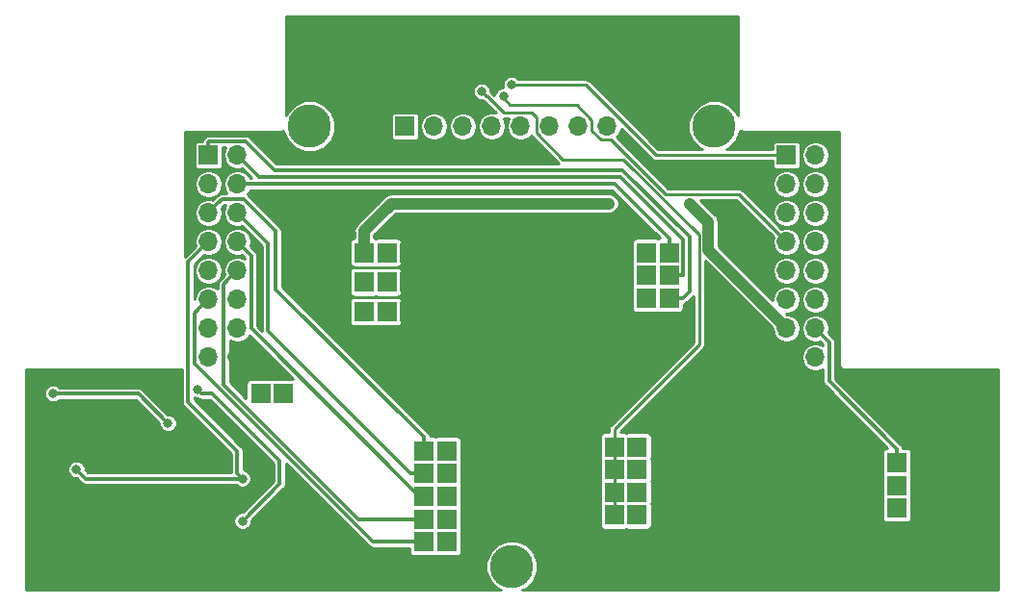
<source format=gbr>
G04 #@! TF.GenerationSoftware,KiCad,Pcbnew,(5.0.2)-1*
G04 #@! TF.CreationDate,2019-10-04T12:45:50+03:00*
G04 #@! TF.ProjectId,UI-Micro-SD,55492d4d-6963-4726-9f2d-53442e6b6963,rev?*
G04 #@! TF.SameCoordinates,Original*
G04 #@! TF.FileFunction,Copper,L2,Bot*
G04 #@! TF.FilePolarity,Positive*
%FSLAX46Y46*%
G04 Gerber Fmt 4.6, Leading zero omitted, Abs format (unit mm)*
G04 Created by KiCad (PCBNEW (5.0.2)-1) date 04.10.2019 12:45:50*
%MOMM*%
%LPD*%
G01*
G04 APERTURE LIST*
G04 #@! TA.AperFunction,ComponentPad*
%ADD10C,3.800000*%
G04 #@! TD*
G04 #@! TA.AperFunction,ComponentPad*
%ADD11R,1.700000X1.700000*%
G04 #@! TD*
G04 #@! TA.AperFunction,ComponentPad*
%ADD12O,1.700000X1.700000*%
G04 #@! TD*
G04 #@! TA.AperFunction,ComponentPad*
%ADD13R,1.800000X1.800000*%
G04 #@! TD*
G04 #@! TA.AperFunction,ViaPad*
%ADD14C,0.800000*%
G04 #@! TD*
G04 #@! TA.AperFunction,Conductor*
%ADD15C,0.310000*%
G04 #@! TD*
G04 #@! TA.AperFunction,Conductor*
%ADD16C,0.254000*%
G04 #@! TD*
G04 #@! TA.AperFunction,Conductor*
%ADD17C,1.000000*%
G04 #@! TD*
G04 APERTURE END LIST*
D10*
G04 #@! TO.P,H1,1*
G04 #@! TO.N,N/C*
X101600000Y-104775000D03*
G04 #@! TD*
G04 #@! TO.P,H2,1*
G04 #@! TO.N,N/C*
X137160000Y-104775000D03*
G04 #@! TD*
G04 #@! TO.P,H3,1*
G04 #@! TO.N,N/C*
X119380000Y-143510000D03*
G04 #@! TD*
D11*
G04 #@! TO.P,J6,1*
G04 #@! TO.N,P0*
X109982000Y-104775000D03*
D12*
G04 #@! TO.P,J6,2*
G04 #@! TO.N,P1*
X112522000Y-104775000D03*
G04 #@! TO.P,J6,3*
G04 #@! TO.N,P2*
X115062000Y-104775000D03*
G04 #@! TO.P,J6,4*
G04 #@! TO.N,P3*
X117602000Y-104775000D03*
G04 #@! TO.P,J6,5*
G04 #@! TO.N,P4*
X120142000Y-104775000D03*
G04 #@! TO.P,J6,6*
G04 #@! TO.N,P5*
X122682000Y-104775000D03*
G04 #@! TO.P,J6,7*
G04 #@! TO.N,P6*
X125222000Y-104775000D03*
G04 #@! TO.P,J6,8*
G04 #@! TO.N,P7*
X127762000Y-104775000D03*
G04 #@! TD*
G04 #@! TO.P,J1,16*
G04 #@! TO.N,GND*
X95250000Y-125095000D03*
G04 #@! TO.P,J1,15*
G04 #@! TO.N,N/C*
X92710000Y-125095000D03*
G04 #@! TO.P,J1,14*
G04 #@! TO.N,+3V3*
X95250000Y-122555000D03*
G04 #@! TO.P,J1,13*
G04 #@! TO.N,HSPI_MISO*
X92710000Y-122555000D03*
G04 #@! TO.P,J1,12*
G04 #@! TO.N,N/C*
X95250000Y-120015000D03*
G04 #@! TO.P,J1,11*
G04 #@! TO.N,IO15*
X92710000Y-120015000D03*
G04 #@! TO.P,J1,10*
G04 #@! TO.N,IO27*
X95250000Y-117475000D03*
G04 #@! TO.P,J1,9*
G04 #@! TO.N,HSPI_MOSI*
X92710000Y-117475000D03*
G04 #@! TO.P,J1,8*
G04 #@! TO.N,IO25*
X95250000Y-114935000D03*
G04 #@! TO.P,J1,7*
G04 #@! TO.N,HSPI_CLK*
X92710000Y-114935000D03*
G04 #@! TO.P,J1,6*
G04 #@! TO.N,IO32*
X95250000Y-112395000D03*
G04 #@! TO.P,J1,5*
G04 #@! TO.N,IO26*
X92710000Y-112395000D03*
G04 #@! TO.P,J1,4*
G04 #@! TO.N,I34*
X95250000Y-109855000D03*
G04 #@! TO.P,J1,3*
G04 #@! TO.N,IO33*
X92710000Y-109855000D03*
G04 #@! TO.P,J1,2*
G04 #@! TO.N,I36*
X95250000Y-107315000D03*
D11*
G04 #@! TO.P,J1,1*
G04 #@! TO.N,I39*
X92710000Y-107315000D03*
G04 #@! TD*
G04 #@! TO.P,J2,1*
G04 #@! TO.N,VSPI_MOSI*
X143510000Y-107315000D03*
D12*
G04 #@! TO.P,J2,2*
G04 #@! TO.N,I2C_SCL*
X146050000Y-107315000D03*
G04 #@! TO.P,J2,3*
G04 #@! TO.N,N/C*
X143510000Y-109855000D03*
G04 #@! TO.P,J2,4*
X146050000Y-109855000D03*
G04 #@! TO.P,J2,5*
G04 #@! TO.N,I2C_SDA*
X143510000Y-112395000D03*
G04 #@! TO.P,J2,6*
G04 #@! TO.N,N/C*
X146050000Y-112395000D03*
G04 #@! TO.P,J2,7*
G04 #@! TO.N,VSPI_CLK*
X143510000Y-114935000D03*
G04 #@! TO.P,J2,8*
G04 #@! TO.N,IO5*
X146050000Y-114935000D03*
G04 #@! TO.P,J2,9*
G04 #@! TO.N,IO17*
X143510000Y-117475000D03*
G04 #@! TO.P,J2,10*
G04 #@! TO.N,IO16*
X146050000Y-117475000D03*
G04 #@! TO.P,J2,11*
G04 #@! TO.N,IO4*
X143510000Y-120015000D03*
G04 #@! TO.P,J2,12*
G04 #@! TO.N,N/C*
X146050000Y-120015000D03*
G04 #@! TO.P,J2,13*
G04 #@! TO.N,+3V3*
X143510000Y-122555000D03*
G04 #@! TO.P,J2,14*
G04 #@! TO.N,IO2*
X146050000Y-122555000D03*
G04 #@! TO.P,J2,15*
G04 #@! TO.N,GND*
X143510000Y-125095000D03*
G04 #@! TO.P,J2,16*
G04 #@! TO.N,N/C*
X146050000Y-125095000D03*
G04 #@! TD*
D13*
G04 #@! TO.P,JP2,1*
G04 #@! TO.N,IO26*
X111663480Y-133334000D03*
G04 #@! TO.P,JP2,2*
G04 #@! TO.N,HSPI_CS*
X113663480Y-133334000D03*
G04 #@! TO.P,JP2,3*
G04 #@! TO.N,IO32*
X111663480Y-135334000D03*
G04 #@! TO.P,JP2,4*
G04 #@! TO.N,HSPI_CS*
X113663480Y-135334000D03*
G04 #@! TO.P,JP2,5*
G04 #@! TO.N,IO25*
X111663480Y-137334000D03*
G04 #@! TO.P,JP2,6*
G04 #@! TO.N,HSPI_CS*
X113663480Y-137334000D03*
G04 #@! TO.P,JP2,7*
G04 #@! TO.N,IO27*
X111663480Y-139334000D03*
G04 #@! TO.P,JP2,8*
G04 #@! TO.N,HSPI_CS*
X113663480Y-139334000D03*
G04 #@! TO.P,JP2,9*
G04 #@! TO.N,IO15*
X111663480Y-141334000D03*
G04 #@! TO.P,JP2,10*
G04 #@! TO.N,HSPI_CS*
X113663480Y-141334000D03*
G04 #@! TD*
G04 #@! TO.P,JP3,1*
G04 #@! TO.N,+3V3*
X153227280Y-138374880D03*
G04 #@! TO.P,JP3,2*
G04 #@! TO.N,LCD_BACKLIGHT*
X153227280Y-136374880D03*
G04 #@! TO.P,JP3,3*
G04 #@! TO.N,IO2*
X153227280Y-134374880D03*
G04 #@! TD*
G04 #@! TO.P,JP4,1*
G04 #@! TO.N,IO17*
X130386840Y-138984000D03*
G04 #@! TO.P,JP4,2*
G04 #@! TO.N,VSPI_CS*
X128386840Y-138984000D03*
G04 #@! TO.P,JP4,3*
G04 #@! TO.N,IO16*
X130386840Y-136984000D03*
G04 #@! TO.P,JP4,4*
G04 #@! TO.N,VSPI_CS*
X128386840Y-136984000D03*
G04 #@! TO.P,JP4,5*
G04 #@! TO.N,IO4*
X130386840Y-134984000D03*
G04 #@! TO.P,JP4,6*
G04 #@! TO.N,VSPI_CS*
X128386840Y-134984000D03*
G04 #@! TO.P,JP4,7*
G04 #@! TO.N,IO5*
X130386840Y-132984000D03*
G04 #@! TO.P,JP4,8*
G04 #@! TO.N,VSPI_CS*
X128386840Y-132984000D03*
G04 #@! TD*
G04 #@! TO.P,JP5,1*
G04 #@! TO.N,I39*
X133188200Y-119883680D03*
G04 #@! TO.P,JP5,2*
G04 #@! TO.N,INT*
X131188200Y-119883680D03*
G04 #@! TO.P,JP5,3*
G04 #@! TO.N,I36*
X133188200Y-117883680D03*
G04 #@! TO.P,JP5,4*
G04 #@! TO.N,INT*
X131188200Y-117883680D03*
G04 #@! TO.P,JP5,5*
G04 #@! TO.N,I34*
X133188200Y-115883680D03*
G04 #@! TO.P,JP5,6*
G04 #@! TO.N,INT*
X131188200Y-115883680D03*
G04 #@! TD*
G04 #@! TO.P,JP1,1*
G04 #@! TO.N,+3V3*
X99304600Y-128306320D03*
G04 #@! TO.P,JP1,2*
G04 #@! TO.N,Net-(DS1-Pad2)*
X97304600Y-128306320D03*
G04 #@! TD*
G04 #@! TO.P,J8,1*
G04 #@! TO.N,+3V3*
X106394760Y-115884200D03*
G04 #@! TO.P,J8,2*
X106394760Y-118484200D03*
G04 #@! TO.P,J8,3*
X106394760Y-121084200D03*
G04 #@! TO.P,J8,4*
G04 #@! TO.N,A0*
X108394760Y-115884200D03*
G04 #@! TO.P,J8,5*
G04 #@! TO.N,A1*
X108394760Y-118484200D03*
G04 #@! TO.P,J8,6*
G04 #@! TO.N,A2*
X108394760Y-121084200D03*
G04 #@! TO.P,J8,7*
G04 #@! TO.N,GND*
X110394760Y-115884200D03*
G04 #@! TO.P,J8,8*
X110394760Y-118484200D03*
G04 #@! TO.P,J8,9*
X110394760Y-121084200D03*
G04 #@! TD*
D14*
G04 #@! TO.N,GND*
X123967240Y-113421160D03*
X122148600Y-97287080D03*
X116641880Y-96809560D03*
X147386040Y-138826240D03*
X97292160Y-134980680D03*
G04 #@! TO.N,HSPI_CLK*
X95681800Y-135773160D03*
X81102200Y-134980680D03*
G04 #@! TO.N,HSPI_MOSI*
X95695260Y-139506960D03*
X91704160Y-127899160D03*
G04 #@! TO.N,VSPI_CLK*
X118633240Y-102138480D03*
G04 #@! TO.N,VSPI_MOSI*
X119365330Y-101122480D03*
G04 #@! TO.N,+3V3*
X127889000Y-111561880D03*
X135026400Y-111566860D03*
X122387360Y-111602520D03*
G04 #@! TO.N,VSPI_CS*
X116733320Y-101706680D03*
G04 #@! TO.N,Net-(DS1-Pad2)*
X79054960Y-128295400D03*
X89159080Y-130916680D03*
G04 #@! TD*
D15*
G04 #@! TO.N,IO32*
X110453480Y-135334000D02*
X97927160Y-122807680D01*
X111663480Y-135334000D02*
X110453480Y-135334000D01*
X97927160Y-115072160D02*
X95250000Y-112395000D01*
X97927160Y-122807680D02*
X97927160Y-115072160D01*
G04 #@! TO.N,IO25*
X96099999Y-115784999D02*
X95250000Y-114935000D01*
X96455001Y-116140001D02*
X96099999Y-115784999D01*
X96455001Y-122564523D02*
X96455001Y-116140001D01*
X111224478Y-137334000D02*
X96455001Y-122564523D01*
X111663480Y-137334000D02*
X111224478Y-137334000D01*
G04 #@! TO.N,IO26*
X111663480Y-133334000D02*
X111663480Y-132124000D01*
X111663480Y-132124000D02*
X98633280Y-119093800D01*
X93559999Y-111545001D02*
X92710000Y-112395000D01*
X93915001Y-111189999D02*
X93559999Y-111545001D01*
X95828401Y-111189999D02*
X93915001Y-111189999D01*
X98633280Y-113994878D02*
X95828401Y-111189999D01*
X98633280Y-119093800D02*
X98633280Y-113994878D01*
G04 #@! TO.N,IO27*
X105886862Y-139334000D02*
X94044999Y-127492137D01*
X94400001Y-118324999D02*
X95250000Y-117475000D01*
X94044999Y-118680001D02*
X94400001Y-118324999D01*
X94044999Y-127492137D02*
X94044999Y-118680001D01*
X111663480Y-139334000D02*
X105886862Y-139334000D01*
G04 #@! TO.N,HSPI_CLK*
X95681800Y-135773160D02*
X81894680Y-135773160D01*
X81894680Y-135773160D02*
X81102200Y-134980680D01*
X81102200Y-134980680D02*
X81102200Y-134980680D01*
X95239840Y-135331200D02*
X95681800Y-135773160D01*
X95239840Y-133355080D02*
X95239840Y-135331200D01*
X90926920Y-129042160D02*
X95239840Y-133355080D01*
X90926920Y-116718080D02*
X90926920Y-129042160D01*
X92710000Y-114935000D02*
X90926920Y-116718080D01*
G04 #@! TO.N,HSPI_MOSI*
X95695260Y-139506960D02*
X98958400Y-136243820D01*
X92104159Y-128299159D02*
X93043959Y-128299159D01*
X91704160Y-127899160D02*
X92104159Y-128299159D01*
X98958400Y-134213600D02*
X98958400Y-135442960D01*
X93043959Y-128299159D02*
X98958400Y-134213600D01*
X98958400Y-136243820D02*
X98958400Y-135442960D01*
X98958400Y-135442960D02*
X98958400Y-134952110D01*
G04 #@! TO.N,IO15*
X91860001Y-120864999D02*
X92710000Y-120015000D01*
X91504999Y-121220001D02*
X91860001Y-120864999D01*
X107165598Y-141334000D02*
X91504999Y-125673401D01*
X91504999Y-125673401D02*
X91504999Y-121220001D01*
X111663480Y-141334000D02*
X107165598Y-141334000D01*
G04 #@! TO.N,IO2*
X153227280Y-133164880D02*
X153227280Y-134374880D01*
X147255001Y-127192601D02*
X153227280Y-133164880D01*
X147255001Y-123760001D02*
X147255001Y-127192601D01*
X146050000Y-122555000D02*
X147255001Y-123760001D01*
D16*
G04 #@! TO.N,VSPI_CLK*
X143510000Y-114935000D02*
X139314851Y-110739851D01*
X119212360Y-102885240D02*
X118638320Y-102311200D01*
X139314851Y-110739851D02*
X132885559Y-110739851D01*
X125074202Y-102885240D02*
X119212360Y-102885240D01*
X127197039Y-105952001D02*
X126399001Y-105153963D01*
X126399001Y-105153963D02*
X126399001Y-104210039D01*
X128097709Y-105952001D02*
X127197039Y-105952001D01*
X126399001Y-104210039D02*
X125074202Y-102885240D01*
X132885559Y-110739851D02*
X128097709Y-105952001D01*
G04 #@! TO.N,VSPI_MOSI*
X119126000Y-101122480D02*
X119126000Y-101122480D01*
X125851442Y-101122480D02*
X119931015Y-101122480D01*
X119931015Y-101122480D02*
X119365330Y-101122480D01*
X143510000Y-107315000D02*
X132043962Y-107315000D01*
X132043962Y-107315000D02*
X125851442Y-101122480D01*
D15*
G04 #@! TO.N,I34*
X96452081Y-109855000D02*
X95250000Y-109855000D01*
X128369520Y-109855000D02*
X96452081Y-109855000D01*
X133188200Y-114673680D02*
X128369520Y-109855000D01*
X133188200Y-115883680D02*
X133188200Y-114673680D01*
G04 #@! TO.N,I36*
X134398200Y-117883680D02*
X133188200Y-117883680D01*
X134398200Y-117883680D02*
X134443201Y-117838679D01*
X134384898Y-114751548D02*
X134443201Y-114809851D01*
X95250000Y-107315000D02*
X97175320Y-109240320D01*
X97175320Y-109240320D02*
X128930400Y-109240320D01*
X134443201Y-114809851D02*
X134443201Y-117761561D01*
X128930400Y-109240320D02*
X134384898Y-114694818D01*
X134384898Y-114694818D02*
X134384898Y-114751548D01*
G04 #@! TO.N,I39*
X92710000Y-107315000D02*
X92710000Y-106155000D01*
X92710000Y-106155000D02*
X92755001Y-106109999D01*
X95702120Y-106109999D02*
X96005879Y-106109999D01*
X92755001Y-106109999D02*
X95702120Y-106109999D01*
X96005879Y-106109999D02*
X98496120Y-108600240D01*
X98496120Y-108600240D02*
X126791720Y-108600240D01*
X126791720Y-108600240D02*
X126984760Y-108600240D01*
X133188200Y-119883680D02*
X134398200Y-119883680D01*
X134966029Y-119315851D02*
X134966029Y-114489495D01*
X134966029Y-114489495D02*
X129076774Y-108600240D01*
X134398200Y-119883680D02*
X134966029Y-119315851D01*
X129076774Y-108600240D02*
X126791720Y-108600240D01*
D17*
G04 #@! TO.N,+3V3*
X106397040Y-115883680D02*
X106397040Y-113983680D01*
X108778200Y-111602520D02*
X107833160Y-112547560D01*
X106397040Y-113983680D02*
X107833160Y-112547560D01*
X107833160Y-112547560D02*
X108580080Y-111800640D01*
X108818840Y-111561880D02*
X107833160Y-112547560D01*
X127889000Y-111561880D02*
X108818840Y-111561880D01*
X136656051Y-113196511D02*
X136656051Y-115701051D01*
X136656051Y-115701051D02*
X142660001Y-121705001D01*
X142660001Y-121705001D02*
X143510000Y-122555000D01*
X135026400Y-111566860D02*
X136656051Y-113196511D01*
D16*
G04 #@! TO.N,VSPI_CS*
X117133319Y-102106679D02*
X117199359Y-102106679D01*
X116733320Y-101706680D02*
X117133319Y-102106679D01*
X118690679Y-103597999D02*
X121093519Y-103597999D01*
X117199359Y-102106679D02*
X118690679Y-103597999D01*
X121504999Y-104009479D02*
X121504999Y-105339961D01*
X121093519Y-103597999D02*
X121504999Y-104009479D01*
X121504999Y-105339961D02*
X123850878Y-107685840D01*
X123850878Y-107685840D02*
X129189480Y-107685840D01*
X129189480Y-107685840D02*
X135829040Y-114325400D01*
X135829040Y-114325400D02*
X135829040Y-123987560D01*
X128386840Y-131429760D02*
X128386840Y-132984000D01*
X135829040Y-123987560D02*
X128386840Y-131429760D01*
X128386840Y-132984000D02*
X128386840Y-138984000D01*
D15*
G04 #@! TO.N,Net-(DS1-Pad2)*
X86537800Y-128295400D02*
X89159080Y-130916680D01*
X79054960Y-128295400D02*
X86537800Y-128295400D01*
G04 #@! TD*
D16*
G04 #@! TO.N,GND*
G36*
X131649376Y-107638835D02*
X131677715Y-107681247D01*
X131720127Y-107709586D01*
X131720129Y-107709588D01*
X131845750Y-107793525D01*
X131993930Y-107823000D01*
X131993934Y-107823000D01*
X132043962Y-107832951D01*
X132093990Y-107823000D01*
X142271536Y-107823000D01*
X142271536Y-108165000D01*
X142301106Y-108313659D01*
X142385314Y-108439686D01*
X142511341Y-108523894D01*
X142660000Y-108553464D01*
X144360000Y-108553464D01*
X144508659Y-108523894D01*
X144634686Y-108439686D01*
X144718894Y-108313659D01*
X144748464Y-108165000D01*
X144748464Y-107315000D01*
X144794884Y-107315000D01*
X144890424Y-107795312D01*
X145162499Y-108202501D01*
X145569688Y-108474576D01*
X145928761Y-108546000D01*
X146171239Y-108546000D01*
X146530312Y-108474576D01*
X146937501Y-108202501D01*
X147209576Y-107795312D01*
X147305116Y-107315000D01*
X147209576Y-106834688D01*
X146937501Y-106427499D01*
X146530312Y-106155424D01*
X146171239Y-106084000D01*
X145928761Y-106084000D01*
X145569688Y-106155424D01*
X145162499Y-106427499D01*
X144890424Y-106834688D01*
X144794884Y-107315000D01*
X144748464Y-107315000D01*
X144748464Y-106465000D01*
X144718894Y-106316341D01*
X144634686Y-106190314D01*
X144508659Y-106106106D01*
X144360000Y-106076536D01*
X142660000Y-106076536D01*
X142511341Y-106106106D01*
X142385314Y-106190314D01*
X142301106Y-106316341D01*
X142271536Y-106465000D01*
X142271536Y-106807000D01*
X138214857Y-106807000D01*
X138452082Y-106708738D01*
X139093738Y-106067082D01*
X139441000Y-105228719D01*
X139441000Y-105150367D01*
X139522078Y-105204542D01*
X139700000Y-105239933D01*
X139744909Y-105231000D01*
X148134001Y-105231000D01*
X148134000Y-125685091D01*
X148125067Y-125730000D01*
X148160458Y-125907922D01*
X148232062Y-126015084D01*
X148261243Y-126058757D01*
X148412078Y-126159542D01*
X148590000Y-126194933D01*
X148634909Y-126186000D01*
X162104001Y-126186000D01*
X162104000Y-145594000D01*
X120309318Y-145594000D01*
X120672082Y-145443738D01*
X121313738Y-144802082D01*
X121661000Y-143963719D01*
X121661000Y-143056281D01*
X121313738Y-142217918D01*
X120672082Y-141576262D01*
X119833719Y-141229000D01*
X118926281Y-141229000D01*
X118087918Y-141576262D01*
X117446262Y-142217918D01*
X117099000Y-143056281D01*
X117099000Y-143963719D01*
X117446262Y-144802082D01*
X118087918Y-145443738D01*
X118450682Y-145594000D01*
X76656000Y-145594000D01*
X76656000Y-128140049D01*
X78273960Y-128140049D01*
X78273960Y-128450751D01*
X78392860Y-128737801D01*
X78612559Y-128957500D01*
X78899609Y-129076400D01*
X79210311Y-129076400D01*
X79497361Y-128957500D01*
X79623461Y-128831400D01*
X86315782Y-128831400D01*
X88378080Y-130893698D01*
X88378080Y-131072031D01*
X88496980Y-131359081D01*
X88716679Y-131578780D01*
X89003729Y-131697680D01*
X89314431Y-131697680D01*
X89601481Y-131578780D01*
X89821180Y-131359081D01*
X89940080Y-131072031D01*
X89940080Y-130761329D01*
X89821180Y-130474279D01*
X89601481Y-130254580D01*
X89314431Y-130135680D01*
X89136098Y-130135680D01*
X86954136Y-127953718D01*
X86924234Y-127908966D01*
X86746936Y-127790500D01*
X86590587Y-127759400D01*
X86590585Y-127759400D01*
X86537800Y-127748900D01*
X86485015Y-127759400D01*
X79623461Y-127759400D01*
X79497361Y-127633300D01*
X79210311Y-127514400D01*
X78899609Y-127514400D01*
X78612559Y-127633300D01*
X78392860Y-127852999D01*
X78273960Y-128140049D01*
X76656000Y-128140049D01*
X76656000Y-126186000D01*
X90125091Y-126186000D01*
X90170000Y-126194933D01*
X90214909Y-126186000D01*
X90347922Y-126159542D01*
X90390921Y-126130811D01*
X90390921Y-128989370D01*
X90380420Y-129042160D01*
X90422021Y-129251296D01*
X90510585Y-129383843D01*
X90510587Y-129383845D01*
X90540487Y-129428594D01*
X90585236Y-129458494D01*
X94703840Y-133577099D01*
X94703841Y-135237160D01*
X82116699Y-135237160D01*
X81883200Y-135003661D01*
X81883200Y-134825329D01*
X81764300Y-134538279D01*
X81544601Y-134318580D01*
X81257551Y-134199680D01*
X80946849Y-134199680D01*
X80659799Y-134318580D01*
X80440100Y-134538279D01*
X80321200Y-134825329D01*
X80321200Y-135136031D01*
X80440100Y-135423081D01*
X80659799Y-135642780D01*
X80946849Y-135761680D01*
X81125181Y-135761680D01*
X81478345Y-136114844D01*
X81508246Y-136159594D01*
X81685544Y-136278060D01*
X81841893Y-136309160D01*
X81841894Y-136309160D01*
X81894680Y-136319660D01*
X81947465Y-136309160D01*
X95113299Y-136309160D01*
X95239399Y-136435260D01*
X95526449Y-136554160D01*
X95837151Y-136554160D01*
X96124201Y-136435260D01*
X96343900Y-136215561D01*
X96462800Y-135928511D01*
X96462800Y-135617809D01*
X96343900Y-135330759D01*
X96124201Y-135111060D01*
X95837151Y-134992160D01*
X95775840Y-134992160D01*
X95775840Y-133407865D01*
X95786340Y-133355080D01*
X95775840Y-133302293D01*
X95744740Y-133145944D01*
X95626274Y-132968646D01*
X95581525Y-132938746D01*
X91462920Y-128820142D01*
X91462920Y-128644584D01*
X91548809Y-128680160D01*
X91714095Y-128680160D01*
X91717725Y-128685593D01*
X91895023Y-128804059D01*
X92051372Y-128835159D01*
X92051373Y-128835159D01*
X92104158Y-128845659D01*
X92156944Y-128835159D01*
X92821941Y-128835159D01*
X98422400Y-134435618D01*
X98422401Y-134899320D01*
X98422400Y-134899323D01*
X98422400Y-136021801D01*
X95718242Y-138725960D01*
X95539909Y-138725960D01*
X95252859Y-138844860D01*
X95033160Y-139064559D01*
X94914260Y-139351609D01*
X94914260Y-139662311D01*
X95033160Y-139949361D01*
X95252859Y-140169060D01*
X95539909Y-140287960D01*
X95850611Y-140287960D01*
X96137661Y-140169060D01*
X96357360Y-139949361D01*
X96476260Y-139662311D01*
X96476260Y-139483978D01*
X99300085Y-136660154D01*
X99344834Y-136630254D01*
X99463300Y-136452956D01*
X99494400Y-136296607D01*
X99494400Y-136296606D01*
X99504900Y-136243820D01*
X99494400Y-136191035D01*
X99494400Y-134420820D01*
X106749262Y-141675682D01*
X106779164Y-141720434D01*
X106879085Y-141787199D01*
X106956461Y-141838900D01*
X107165598Y-141880500D01*
X107218385Y-141870000D01*
X110375016Y-141870000D01*
X110375016Y-142234000D01*
X110404586Y-142382659D01*
X110488794Y-142508686D01*
X110614821Y-142592894D01*
X110763480Y-142622464D01*
X112563480Y-142622464D01*
X112663480Y-142602573D01*
X112763480Y-142622464D01*
X114563480Y-142622464D01*
X114712139Y-142592894D01*
X114838166Y-142508686D01*
X114922374Y-142382659D01*
X114951944Y-142234000D01*
X114951944Y-140434000D01*
X114932053Y-140334000D01*
X114951944Y-140234000D01*
X114951944Y-138434000D01*
X114932053Y-138334000D01*
X114951944Y-138234000D01*
X114951944Y-136434000D01*
X114932053Y-136334000D01*
X114951944Y-136234000D01*
X114951944Y-134434000D01*
X114932053Y-134334000D01*
X114951944Y-134234000D01*
X114951944Y-132434000D01*
X114922374Y-132285341D01*
X114838166Y-132159314D01*
X114712139Y-132075106D01*
X114563480Y-132045536D01*
X112763480Y-132045536D01*
X112663480Y-132065427D01*
X112563480Y-132045536D01*
X112194373Y-132045536D01*
X112168380Y-131914863D01*
X112116679Y-131837487D01*
X112049914Y-131737566D01*
X112005162Y-131707664D01*
X100481698Y-120184200D01*
X105106296Y-120184200D01*
X105106296Y-121984200D01*
X105135866Y-122132859D01*
X105220074Y-122258886D01*
X105346101Y-122343094D01*
X105494760Y-122372664D01*
X107294760Y-122372664D01*
X107394760Y-122352773D01*
X107494760Y-122372664D01*
X109294760Y-122372664D01*
X109443419Y-122343094D01*
X109569446Y-122258886D01*
X109653654Y-122132859D01*
X109683224Y-121984200D01*
X109683224Y-120184200D01*
X109653654Y-120035541D01*
X109569446Y-119909514D01*
X109443419Y-119825306D01*
X109294760Y-119795736D01*
X107494760Y-119795736D01*
X107394760Y-119815627D01*
X107294760Y-119795736D01*
X105494760Y-119795736D01*
X105346101Y-119825306D01*
X105220074Y-119909514D01*
X105135866Y-120035541D01*
X105106296Y-120184200D01*
X100481698Y-120184200D01*
X99169280Y-118871782D01*
X99169280Y-117584200D01*
X105106296Y-117584200D01*
X105106296Y-119384200D01*
X105135866Y-119532859D01*
X105220074Y-119658886D01*
X105346101Y-119743094D01*
X105494760Y-119772664D01*
X107294760Y-119772664D01*
X107394760Y-119752773D01*
X107494760Y-119772664D01*
X109294760Y-119772664D01*
X109443419Y-119743094D01*
X109569446Y-119658886D01*
X109653654Y-119532859D01*
X109683224Y-119384200D01*
X109683224Y-117584200D01*
X109653654Y-117435541D01*
X109569446Y-117309514D01*
X109443419Y-117225306D01*
X109294760Y-117195736D01*
X107494760Y-117195736D01*
X107394760Y-117215627D01*
X107294760Y-117195736D01*
X105494760Y-117195736D01*
X105346101Y-117225306D01*
X105220074Y-117309514D01*
X105135866Y-117435541D01*
X105106296Y-117584200D01*
X99169280Y-117584200D01*
X99169280Y-114984200D01*
X105106296Y-114984200D01*
X105106296Y-116784200D01*
X105135866Y-116932859D01*
X105220074Y-117058886D01*
X105346101Y-117143094D01*
X105494760Y-117172664D01*
X107294760Y-117172664D01*
X107394760Y-117152773D01*
X107494760Y-117172664D01*
X109294760Y-117172664D01*
X109443419Y-117143094D01*
X109569446Y-117058886D01*
X109653654Y-116932859D01*
X109683224Y-116784200D01*
X109683224Y-114984200D01*
X109653654Y-114835541D01*
X109569446Y-114709514D01*
X109443419Y-114625306D01*
X109294760Y-114595736D01*
X107494760Y-114595736D01*
X107394760Y-114615627D01*
X107294760Y-114595736D01*
X107278040Y-114595736D01*
X107278040Y-114348601D01*
X108517474Y-113109168D01*
X108517476Y-113109165D01*
X108815306Y-112811335D01*
X109183762Y-112442880D01*
X127975767Y-112442880D01*
X128232749Y-112391763D01*
X128524165Y-112197045D01*
X128718883Y-111905629D01*
X128787259Y-111561880D01*
X128718883Y-111218131D01*
X128524165Y-110926715D01*
X128232749Y-110731997D01*
X127975767Y-110680880D01*
X108905602Y-110680880D01*
X108818839Y-110663622D01*
X108732076Y-110680880D01*
X108732073Y-110680880D01*
X108475091Y-110731997D01*
X108183675Y-110926715D01*
X108134525Y-111000273D01*
X108018473Y-111116326D01*
X108018472Y-111116326D01*
X107572919Y-111561880D01*
X107271555Y-111863244D01*
X107271552Y-111863246D01*
X105835433Y-113299365D01*
X105761876Y-113348515D01*
X105712726Y-113422073D01*
X105567157Y-113639932D01*
X105498782Y-113983680D01*
X105516041Y-114070447D01*
X105516041Y-114595736D01*
X105494760Y-114595736D01*
X105346101Y-114625306D01*
X105220074Y-114709514D01*
X105135866Y-114835541D01*
X105106296Y-114984200D01*
X99169280Y-114984200D01*
X99169280Y-114047663D01*
X99179780Y-113994878D01*
X99150340Y-113846875D01*
X99138180Y-113785742D01*
X99019714Y-113608444D01*
X98974964Y-113578544D01*
X96244737Y-110848317D01*
X96214835Y-110803565D01*
X96130473Y-110747197D01*
X96137501Y-110742501D01*
X96372366Y-110391000D01*
X128147502Y-110391000D01*
X132351718Y-114595216D01*
X132288200Y-114595216D01*
X132188200Y-114615107D01*
X132088200Y-114595216D01*
X130288200Y-114595216D01*
X130139541Y-114624786D01*
X130013514Y-114708994D01*
X129929306Y-114835021D01*
X129899736Y-114983680D01*
X129899736Y-116783680D01*
X129919627Y-116883680D01*
X129899736Y-116983680D01*
X129899736Y-118783680D01*
X129919627Y-118883680D01*
X129899736Y-118983680D01*
X129899736Y-120783680D01*
X129929306Y-120932339D01*
X130013514Y-121058366D01*
X130139541Y-121142574D01*
X130288200Y-121172144D01*
X132088200Y-121172144D01*
X132188200Y-121152253D01*
X132288200Y-121172144D01*
X134088200Y-121172144D01*
X134236859Y-121142574D01*
X134362886Y-121058366D01*
X134447094Y-120932339D01*
X134476664Y-120783680D01*
X134476664Y-120414572D01*
X134607336Y-120388580D01*
X134784634Y-120270114D01*
X134814536Y-120225362D01*
X135307711Y-119732187D01*
X135321041Y-119723281D01*
X135321041Y-123777138D01*
X128063008Y-131035172D01*
X128020593Y-131063513D01*
X127908315Y-131231549D01*
X127878840Y-131379729D01*
X127878840Y-131379732D01*
X127868889Y-131429760D01*
X127878840Y-131479788D01*
X127878840Y-131695536D01*
X127486840Y-131695536D01*
X127338181Y-131725106D01*
X127212154Y-131809314D01*
X127127946Y-131935341D01*
X127098376Y-132084000D01*
X127098376Y-133884000D01*
X127118267Y-133984000D01*
X127098376Y-134084000D01*
X127098376Y-135884000D01*
X127118267Y-135984000D01*
X127098376Y-136084000D01*
X127098376Y-137884000D01*
X127118267Y-137984000D01*
X127098376Y-138084000D01*
X127098376Y-139884000D01*
X127127946Y-140032659D01*
X127212154Y-140158686D01*
X127338181Y-140242894D01*
X127486840Y-140272464D01*
X129286840Y-140272464D01*
X129386840Y-140252573D01*
X129486840Y-140272464D01*
X131286840Y-140272464D01*
X131435499Y-140242894D01*
X131561526Y-140158686D01*
X131645734Y-140032659D01*
X131675304Y-139884000D01*
X131675304Y-138084000D01*
X131655413Y-137984000D01*
X131675304Y-137884000D01*
X131675304Y-136084000D01*
X131655413Y-135984000D01*
X131675304Y-135884000D01*
X131675304Y-134084000D01*
X131655413Y-133984000D01*
X131675304Y-133884000D01*
X131675304Y-132084000D01*
X131645734Y-131935341D01*
X131561526Y-131809314D01*
X131435499Y-131725106D01*
X131286840Y-131695536D01*
X129486840Y-131695536D01*
X129386840Y-131715427D01*
X129286840Y-131695536D01*
X128894840Y-131695536D01*
X128894840Y-131640180D01*
X136152875Y-124382146D01*
X136195287Y-124353807D01*
X136223626Y-124311395D01*
X136223628Y-124311393D01*
X136307565Y-124185772D01*
X136309442Y-124176336D01*
X136337040Y-124037592D01*
X136337040Y-124037589D01*
X136346991Y-123987561D01*
X136337040Y-123937533D01*
X136337040Y-116627961D01*
X142098393Y-122389315D01*
X142098396Y-122389317D01*
X142256410Y-122547331D01*
X142254884Y-122555000D01*
X142350424Y-123035312D01*
X142622499Y-123442501D01*
X143029688Y-123714576D01*
X143388761Y-123786000D01*
X143631239Y-123786000D01*
X143990312Y-123714576D01*
X144397501Y-123442501D01*
X144669576Y-123035312D01*
X144765116Y-122555000D01*
X144794884Y-122555000D01*
X144890424Y-123035312D01*
X145162499Y-123442501D01*
X145569688Y-123714576D01*
X145928761Y-123786000D01*
X146171239Y-123786000D01*
X146464624Y-123727642D01*
X146719001Y-123982020D01*
X146719001Y-124061502D01*
X146530312Y-123935424D01*
X146171239Y-123864000D01*
X145928761Y-123864000D01*
X145569688Y-123935424D01*
X145162499Y-124207499D01*
X144890424Y-124614688D01*
X144794884Y-125095000D01*
X144890424Y-125575312D01*
X145162499Y-125982501D01*
X145569688Y-126254576D01*
X145928761Y-126326000D01*
X146171239Y-126326000D01*
X146530312Y-126254576D01*
X146719002Y-126128498D01*
X146719002Y-127139811D01*
X146708501Y-127192601D01*
X146750102Y-127401737D01*
X146838666Y-127534284D01*
X146838668Y-127534286D01*
X146868568Y-127579035D01*
X146913317Y-127608935D01*
X152390797Y-133086416D01*
X152327280Y-133086416D01*
X152178621Y-133115986D01*
X152052594Y-133200194D01*
X151968386Y-133326221D01*
X151938816Y-133474880D01*
X151938816Y-135274880D01*
X151958707Y-135374880D01*
X151938816Y-135474880D01*
X151938816Y-137274880D01*
X151958707Y-137374880D01*
X151938816Y-137474880D01*
X151938816Y-139274880D01*
X151968386Y-139423539D01*
X152052594Y-139549566D01*
X152178621Y-139633774D01*
X152327280Y-139663344D01*
X154127280Y-139663344D01*
X154275939Y-139633774D01*
X154401966Y-139549566D01*
X154486174Y-139423539D01*
X154515744Y-139274880D01*
X154515744Y-137474880D01*
X154495853Y-137374880D01*
X154515744Y-137274880D01*
X154515744Y-135474880D01*
X154495853Y-135374880D01*
X154515744Y-135274880D01*
X154515744Y-133474880D01*
X154486174Y-133326221D01*
X154401966Y-133200194D01*
X154275939Y-133115986D01*
X154127280Y-133086416D01*
X153758172Y-133086416D01*
X153732180Y-132955744D01*
X153613714Y-132778446D01*
X153568965Y-132748546D01*
X147791001Y-126970583D01*
X147791001Y-123812786D01*
X147801501Y-123760001D01*
X147773914Y-123621313D01*
X147759901Y-123550865D01*
X147703772Y-123466861D01*
X147671336Y-123418317D01*
X147671335Y-123418316D01*
X147641435Y-123373567D01*
X147596686Y-123343667D01*
X147222642Y-122969624D01*
X147305116Y-122555000D01*
X147209576Y-122074688D01*
X146937501Y-121667499D01*
X146530312Y-121395424D01*
X146171239Y-121324000D01*
X145928761Y-121324000D01*
X145569688Y-121395424D01*
X145162499Y-121667499D01*
X144890424Y-122074688D01*
X144794884Y-122555000D01*
X144765116Y-122555000D01*
X144669576Y-122074688D01*
X144397501Y-121667499D01*
X143990312Y-121395424D01*
X143631239Y-121324000D01*
X143524921Y-121324000D01*
X143446921Y-121246000D01*
X143631239Y-121246000D01*
X143990312Y-121174576D01*
X144397501Y-120902501D01*
X144669576Y-120495312D01*
X144765116Y-120015000D01*
X144794884Y-120015000D01*
X144890424Y-120495312D01*
X145162499Y-120902501D01*
X145569688Y-121174576D01*
X145928761Y-121246000D01*
X146171239Y-121246000D01*
X146530312Y-121174576D01*
X146937501Y-120902501D01*
X147209576Y-120495312D01*
X147305116Y-120015000D01*
X147209576Y-119534688D01*
X146937501Y-119127499D01*
X146530312Y-118855424D01*
X146171239Y-118784000D01*
X145928761Y-118784000D01*
X145569688Y-118855424D01*
X145162499Y-119127499D01*
X144890424Y-119534688D01*
X144794884Y-120015000D01*
X144765116Y-120015000D01*
X144669576Y-119534688D01*
X144397501Y-119127499D01*
X143990312Y-118855424D01*
X143631239Y-118784000D01*
X143388761Y-118784000D01*
X143029688Y-118855424D01*
X142622499Y-119127499D01*
X142350424Y-119534688D01*
X142254884Y-120015000D01*
X142264558Y-120063637D01*
X139675921Y-117475000D01*
X142254884Y-117475000D01*
X142350424Y-117955312D01*
X142622499Y-118362501D01*
X143029688Y-118634576D01*
X143388761Y-118706000D01*
X143631239Y-118706000D01*
X143990312Y-118634576D01*
X144397501Y-118362501D01*
X144669576Y-117955312D01*
X144765116Y-117475000D01*
X144794884Y-117475000D01*
X144890424Y-117955312D01*
X145162499Y-118362501D01*
X145569688Y-118634576D01*
X145928761Y-118706000D01*
X146171239Y-118706000D01*
X146530312Y-118634576D01*
X146937501Y-118362501D01*
X147209576Y-117955312D01*
X147305116Y-117475000D01*
X147209576Y-116994688D01*
X146937501Y-116587499D01*
X146530312Y-116315424D01*
X146171239Y-116244000D01*
X145928761Y-116244000D01*
X145569688Y-116315424D01*
X145162499Y-116587499D01*
X144890424Y-116994688D01*
X144794884Y-117475000D01*
X144765116Y-117475000D01*
X144669576Y-116994688D01*
X144397501Y-116587499D01*
X143990312Y-116315424D01*
X143631239Y-116244000D01*
X143388761Y-116244000D01*
X143029688Y-116315424D01*
X142622499Y-116587499D01*
X142350424Y-116994688D01*
X142254884Y-117475000D01*
X139675921Y-117475000D01*
X137537051Y-115336130D01*
X137537051Y-113283278D01*
X137554310Y-113196511D01*
X137485934Y-112852762D01*
X137340365Y-112634903D01*
X137291216Y-112561346D01*
X137217659Y-112512197D01*
X135953312Y-111247851D01*
X139104431Y-111247851D01*
X142343927Y-114487348D01*
X142254884Y-114935000D01*
X142350424Y-115415312D01*
X142622499Y-115822501D01*
X143029688Y-116094576D01*
X143388761Y-116166000D01*
X143631239Y-116166000D01*
X143990312Y-116094576D01*
X144397501Y-115822501D01*
X144669576Y-115415312D01*
X144765116Y-114935000D01*
X144794884Y-114935000D01*
X144890424Y-115415312D01*
X145162499Y-115822501D01*
X145569688Y-116094576D01*
X145928761Y-116166000D01*
X146171239Y-116166000D01*
X146530312Y-116094576D01*
X146937501Y-115822501D01*
X147209576Y-115415312D01*
X147305116Y-114935000D01*
X147209576Y-114454688D01*
X146937501Y-114047499D01*
X146530312Y-113775424D01*
X146171239Y-113704000D01*
X145928761Y-113704000D01*
X145569688Y-113775424D01*
X145162499Y-114047499D01*
X144890424Y-114454688D01*
X144794884Y-114935000D01*
X144765116Y-114935000D01*
X144669576Y-114454688D01*
X144397501Y-114047499D01*
X143990312Y-113775424D01*
X143631239Y-113704000D01*
X143388761Y-113704000D01*
X143062348Y-113768927D01*
X141688421Y-112395000D01*
X142254884Y-112395000D01*
X142350424Y-112875312D01*
X142622499Y-113282501D01*
X143029688Y-113554576D01*
X143388761Y-113626000D01*
X143631239Y-113626000D01*
X143990312Y-113554576D01*
X144397501Y-113282501D01*
X144669576Y-112875312D01*
X144765116Y-112395000D01*
X144794884Y-112395000D01*
X144890424Y-112875312D01*
X145162499Y-113282501D01*
X145569688Y-113554576D01*
X145928761Y-113626000D01*
X146171239Y-113626000D01*
X146530312Y-113554576D01*
X146937501Y-113282501D01*
X147209576Y-112875312D01*
X147305116Y-112395000D01*
X147209576Y-111914688D01*
X146937501Y-111507499D01*
X146530312Y-111235424D01*
X146171239Y-111164000D01*
X145928761Y-111164000D01*
X145569688Y-111235424D01*
X145162499Y-111507499D01*
X144890424Y-111914688D01*
X144794884Y-112395000D01*
X144765116Y-112395000D01*
X144669576Y-111914688D01*
X144397501Y-111507499D01*
X143990312Y-111235424D01*
X143631239Y-111164000D01*
X143388761Y-111164000D01*
X143029688Y-111235424D01*
X142622499Y-111507499D01*
X142350424Y-111914688D01*
X142254884Y-112395000D01*
X141688421Y-112395000D01*
X139709438Y-110416018D01*
X139681098Y-110373604D01*
X139513063Y-110261326D01*
X139364883Y-110231851D01*
X139364879Y-110231851D01*
X139314851Y-110221900D01*
X139264823Y-110231851D01*
X133095979Y-110231851D01*
X132719128Y-109855000D01*
X142254884Y-109855000D01*
X142350424Y-110335312D01*
X142622499Y-110742501D01*
X143029688Y-111014576D01*
X143388761Y-111086000D01*
X143631239Y-111086000D01*
X143990312Y-111014576D01*
X144397501Y-110742501D01*
X144669576Y-110335312D01*
X144765116Y-109855000D01*
X144794884Y-109855000D01*
X144890424Y-110335312D01*
X145162499Y-110742501D01*
X145569688Y-111014576D01*
X145928761Y-111086000D01*
X146171239Y-111086000D01*
X146530312Y-111014576D01*
X146937501Y-110742501D01*
X147209576Y-110335312D01*
X147305116Y-109855000D01*
X147209576Y-109374688D01*
X146937501Y-108967499D01*
X146530312Y-108695424D01*
X146171239Y-108624000D01*
X145928761Y-108624000D01*
X145569688Y-108695424D01*
X145162499Y-108967499D01*
X144890424Y-109374688D01*
X144794884Y-109855000D01*
X144765116Y-109855000D01*
X144669576Y-109374688D01*
X144397501Y-108967499D01*
X143990312Y-108695424D01*
X143631239Y-108624000D01*
X143388761Y-108624000D01*
X143029688Y-108695424D01*
X142622499Y-108967499D01*
X142350424Y-109374688D01*
X142254884Y-109855000D01*
X132719128Y-109855000D01*
X128575845Y-105711717D01*
X128649501Y-105662501D01*
X128921576Y-105255312D01*
X128978695Y-104968154D01*
X131649376Y-107638835D01*
X131649376Y-107638835D01*
G37*
X131649376Y-107638835D02*
X131677715Y-107681247D01*
X131720127Y-107709586D01*
X131720129Y-107709588D01*
X131845750Y-107793525D01*
X131993930Y-107823000D01*
X131993934Y-107823000D01*
X132043962Y-107832951D01*
X132093990Y-107823000D01*
X142271536Y-107823000D01*
X142271536Y-108165000D01*
X142301106Y-108313659D01*
X142385314Y-108439686D01*
X142511341Y-108523894D01*
X142660000Y-108553464D01*
X144360000Y-108553464D01*
X144508659Y-108523894D01*
X144634686Y-108439686D01*
X144718894Y-108313659D01*
X144748464Y-108165000D01*
X144748464Y-107315000D01*
X144794884Y-107315000D01*
X144890424Y-107795312D01*
X145162499Y-108202501D01*
X145569688Y-108474576D01*
X145928761Y-108546000D01*
X146171239Y-108546000D01*
X146530312Y-108474576D01*
X146937501Y-108202501D01*
X147209576Y-107795312D01*
X147305116Y-107315000D01*
X147209576Y-106834688D01*
X146937501Y-106427499D01*
X146530312Y-106155424D01*
X146171239Y-106084000D01*
X145928761Y-106084000D01*
X145569688Y-106155424D01*
X145162499Y-106427499D01*
X144890424Y-106834688D01*
X144794884Y-107315000D01*
X144748464Y-107315000D01*
X144748464Y-106465000D01*
X144718894Y-106316341D01*
X144634686Y-106190314D01*
X144508659Y-106106106D01*
X144360000Y-106076536D01*
X142660000Y-106076536D01*
X142511341Y-106106106D01*
X142385314Y-106190314D01*
X142301106Y-106316341D01*
X142271536Y-106465000D01*
X142271536Y-106807000D01*
X138214857Y-106807000D01*
X138452082Y-106708738D01*
X139093738Y-106067082D01*
X139441000Y-105228719D01*
X139441000Y-105150367D01*
X139522078Y-105204542D01*
X139700000Y-105239933D01*
X139744909Y-105231000D01*
X148134001Y-105231000D01*
X148134000Y-125685091D01*
X148125067Y-125730000D01*
X148160458Y-125907922D01*
X148232062Y-126015084D01*
X148261243Y-126058757D01*
X148412078Y-126159542D01*
X148590000Y-126194933D01*
X148634909Y-126186000D01*
X162104001Y-126186000D01*
X162104000Y-145594000D01*
X120309318Y-145594000D01*
X120672082Y-145443738D01*
X121313738Y-144802082D01*
X121661000Y-143963719D01*
X121661000Y-143056281D01*
X121313738Y-142217918D01*
X120672082Y-141576262D01*
X119833719Y-141229000D01*
X118926281Y-141229000D01*
X118087918Y-141576262D01*
X117446262Y-142217918D01*
X117099000Y-143056281D01*
X117099000Y-143963719D01*
X117446262Y-144802082D01*
X118087918Y-145443738D01*
X118450682Y-145594000D01*
X76656000Y-145594000D01*
X76656000Y-128140049D01*
X78273960Y-128140049D01*
X78273960Y-128450751D01*
X78392860Y-128737801D01*
X78612559Y-128957500D01*
X78899609Y-129076400D01*
X79210311Y-129076400D01*
X79497361Y-128957500D01*
X79623461Y-128831400D01*
X86315782Y-128831400D01*
X88378080Y-130893698D01*
X88378080Y-131072031D01*
X88496980Y-131359081D01*
X88716679Y-131578780D01*
X89003729Y-131697680D01*
X89314431Y-131697680D01*
X89601481Y-131578780D01*
X89821180Y-131359081D01*
X89940080Y-131072031D01*
X89940080Y-130761329D01*
X89821180Y-130474279D01*
X89601481Y-130254580D01*
X89314431Y-130135680D01*
X89136098Y-130135680D01*
X86954136Y-127953718D01*
X86924234Y-127908966D01*
X86746936Y-127790500D01*
X86590587Y-127759400D01*
X86590585Y-127759400D01*
X86537800Y-127748900D01*
X86485015Y-127759400D01*
X79623461Y-127759400D01*
X79497361Y-127633300D01*
X79210311Y-127514400D01*
X78899609Y-127514400D01*
X78612559Y-127633300D01*
X78392860Y-127852999D01*
X78273960Y-128140049D01*
X76656000Y-128140049D01*
X76656000Y-126186000D01*
X90125091Y-126186000D01*
X90170000Y-126194933D01*
X90214909Y-126186000D01*
X90347922Y-126159542D01*
X90390921Y-126130811D01*
X90390921Y-128989370D01*
X90380420Y-129042160D01*
X90422021Y-129251296D01*
X90510585Y-129383843D01*
X90510587Y-129383845D01*
X90540487Y-129428594D01*
X90585236Y-129458494D01*
X94703840Y-133577099D01*
X94703841Y-135237160D01*
X82116699Y-135237160D01*
X81883200Y-135003661D01*
X81883200Y-134825329D01*
X81764300Y-134538279D01*
X81544601Y-134318580D01*
X81257551Y-134199680D01*
X80946849Y-134199680D01*
X80659799Y-134318580D01*
X80440100Y-134538279D01*
X80321200Y-134825329D01*
X80321200Y-135136031D01*
X80440100Y-135423081D01*
X80659799Y-135642780D01*
X80946849Y-135761680D01*
X81125181Y-135761680D01*
X81478345Y-136114844D01*
X81508246Y-136159594D01*
X81685544Y-136278060D01*
X81841893Y-136309160D01*
X81841894Y-136309160D01*
X81894680Y-136319660D01*
X81947465Y-136309160D01*
X95113299Y-136309160D01*
X95239399Y-136435260D01*
X95526449Y-136554160D01*
X95837151Y-136554160D01*
X96124201Y-136435260D01*
X96343900Y-136215561D01*
X96462800Y-135928511D01*
X96462800Y-135617809D01*
X96343900Y-135330759D01*
X96124201Y-135111060D01*
X95837151Y-134992160D01*
X95775840Y-134992160D01*
X95775840Y-133407865D01*
X95786340Y-133355080D01*
X95775840Y-133302293D01*
X95744740Y-133145944D01*
X95626274Y-132968646D01*
X95581525Y-132938746D01*
X91462920Y-128820142D01*
X91462920Y-128644584D01*
X91548809Y-128680160D01*
X91714095Y-128680160D01*
X91717725Y-128685593D01*
X91895023Y-128804059D01*
X92051372Y-128835159D01*
X92051373Y-128835159D01*
X92104158Y-128845659D01*
X92156944Y-128835159D01*
X92821941Y-128835159D01*
X98422400Y-134435618D01*
X98422401Y-134899320D01*
X98422400Y-134899323D01*
X98422400Y-136021801D01*
X95718242Y-138725960D01*
X95539909Y-138725960D01*
X95252859Y-138844860D01*
X95033160Y-139064559D01*
X94914260Y-139351609D01*
X94914260Y-139662311D01*
X95033160Y-139949361D01*
X95252859Y-140169060D01*
X95539909Y-140287960D01*
X95850611Y-140287960D01*
X96137661Y-140169060D01*
X96357360Y-139949361D01*
X96476260Y-139662311D01*
X96476260Y-139483978D01*
X99300085Y-136660154D01*
X99344834Y-136630254D01*
X99463300Y-136452956D01*
X99494400Y-136296607D01*
X99494400Y-136296606D01*
X99504900Y-136243820D01*
X99494400Y-136191035D01*
X99494400Y-134420820D01*
X106749262Y-141675682D01*
X106779164Y-141720434D01*
X106879085Y-141787199D01*
X106956461Y-141838900D01*
X107165598Y-141880500D01*
X107218385Y-141870000D01*
X110375016Y-141870000D01*
X110375016Y-142234000D01*
X110404586Y-142382659D01*
X110488794Y-142508686D01*
X110614821Y-142592894D01*
X110763480Y-142622464D01*
X112563480Y-142622464D01*
X112663480Y-142602573D01*
X112763480Y-142622464D01*
X114563480Y-142622464D01*
X114712139Y-142592894D01*
X114838166Y-142508686D01*
X114922374Y-142382659D01*
X114951944Y-142234000D01*
X114951944Y-140434000D01*
X114932053Y-140334000D01*
X114951944Y-140234000D01*
X114951944Y-138434000D01*
X114932053Y-138334000D01*
X114951944Y-138234000D01*
X114951944Y-136434000D01*
X114932053Y-136334000D01*
X114951944Y-136234000D01*
X114951944Y-134434000D01*
X114932053Y-134334000D01*
X114951944Y-134234000D01*
X114951944Y-132434000D01*
X114922374Y-132285341D01*
X114838166Y-132159314D01*
X114712139Y-132075106D01*
X114563480Y-132045536D01*
X112763480Y-132045536D01*
X112663480Y-132065427D01*
X112563480Y-132045536D01*
X112194373Y-132045536D01*
X112168380Y-131914863D01*
X112116679Y-131837487D01*
X112049914Y-131737566D01*
X112005162Y-131707664D01*
X100481698Y-120184200D01*
X105106296Y-120184200D01*
X105106296Y-121984200D01*
X105135866Y-122132859D01*
X105220074Y-122258886D01*
X105346101Y-122343094D01*
X105494760Y-122372664D01*
X107294760Y-122372664D01*
X107394760Y-122352773D01*
X107494760Y-122372664D01*
X109294760Y-122372664D01*
X109443419Y-122343094D01*
X109569446Y-122258886D01*
X109653654Y-122132859D01*
X109683224Y-121984200D01*
X109683224Y-120184200D01*
X109653654Y-120035541D01*
X109569446Y-119909514D01*
X109443419Y-119825306D01*
X109294760Y-119795736D01*
X107494760Y-119795736D01*
X107394760Y-119815627D01*
X107294760Y-119795736D01*
X105494760Y-119795736D01*
X105346101Y-119825306D01*
X105220074Y-119909514D01*
X105135866Y-120035541D01*
X105106296Y-120184200D01*
X100481698Y-120184200D01*
X99169280Y-118871782D01*
X99169280Y-117584200D01*
X105106296Y-117584200D01*
X105106296Y-119384200D01*
X105135866Y-119532859D01*
X105220074Y-119658886D01*
X105346101Y-119743094D01*
X105494760Y-119772664D01*
X107294760Y-119772664D01*
X107394760Y-119752773D01*
X107494760Y-119772664D01*
X109294760Y-119772664D01*
X109443419Y-119743094D01*
X109569446Y-119658886D01*
X109653654Y-119532859D01*
X109683224Y-119384200D01*
X109683224Y-117584200D01*
X109653654Y-117435541D01*
X109569446Y-117309514D01*
X109443419Y-117225306D01*
X109294760Y-117195736D01*
X107494760Y-117195736D01*
X107394760Y-117215627D01*
X107294760Y-117195736D01*
X105494760Y-117195736D01*
X105346101Y-117225306D01*
X105220074Y-117309514D01*
X105135866Y-117435541D01*
X105106296Y-117584200D01*
X99169280Y-117584200D01*
X99169280Y-114984200D01*
X105106296Y-114984200D01*
X105106296Y-116784200D01*
X105135866Y-116932859D01*
X105220074Y-117058886D01*
X105346101Y-117143094D01*
X105494760Y-117172664D01*
X107294760Y-117172664D01*
X107394760Y-117152773D01*
X107494760Y-117172664D01*
X109294760Y-117172664D01*
X109443419Y-117143094D01*
X109569446Y-117058886D01*
X109653654Y-116932859D01*
X109683224Y-116784200D01*
X109683224Y-114984200D01*
X109653654Y-114835541D01*
X109569446Y-114709514D01*
X109443419Y-114625306D01*
X109294760Y-114595736D01*
X107494760Y-114595736D01*
X107394760Y-114615627D01*
X107294760Y-114595736D01*
X107278040Y-114595736D01*
X107278040Y-114348601D01*
X108517474Y-113109168D01*
X108517476Y-113109165D01*
X108815306Y-112811335D01*
X109183762Y-112442880D01*
X127975767Y-112442880D01*
X128232749Y-112391763D01*
X128524165Y-112197045D01*
X128718883Y-111905629D01*
X128787259Y-111561880D01*
X128718883Y-111218131D01*
X128524165Y-110926715D01*
X128232749Y-110731997D01*
X127975767Y-110680880D01*
X108905602Y-110680880D01*
X108818839Y-110663622D01*
X108732076Y-110680880D01*
X108732073Y-110680880D01*
X108475091Y-110731997D01*
X108183675Y-110926715D01*
X108134525Y-111000273D01*
X108018473Y-111116326D01*
X108018472Y-111116326D01*
X107572919Y-111561880D01*
X107271555Y-111863244D01*
X107271552Y-111863246D01*
X105835433Y-113299365D01*
X105761876Y-113348515D01*
X105712726Y-113422073D01*
X105567157Y-113639932D01*
X105498782Y-113983680D01*
X105516041Y-114070447D01*
X105516041Y-114595736D01*
X105494760Y-114595736D01*
X105346101Y-114625306D01*
X105220074Y-114709514D01*
X105135866Y-114835541D01*
X105106296Y-114984200D01*
X99169280Y-114984200D01*
X99169280Y-114047663D01*
X99179780Y-113994878D01*
X99150340Y-113846875D01*
X99138180Y-113785742D01*
X99019714Y-113608444D01*
X98974964Y-113578544D01*
X96244737Y-110848317D01*
X96214835Y-110803565D01*
X96130473Y-110747197D01*
X96137501Y-110742501D01*
X96372366Y-110391000D01*
X128147502Y-110391000D01*
X132351718Y-114595216D01*
X132288200Y-114595216D01*
X132188200Y-114615107D01*
X132088200Y-114595216D01*
X130288200Y-114595216D01*
X130139541Y-114624786D01*
X130013514Y-114708994D01*
X129929306Y-114835021D01*
X129899736Y-114983680D01*
X129899736Y-116783680D01*
X129919627Y-116883680D01*
X129899736Y-116983680D01*
X129899736Y-118783680D01*
X129919627Y-118883680D01*
X129899736Y-118983680D01*
X129899736Y-120783680D01*
X129929306Y-120932339D01*
X130013514Y-121058366D01*
X130139541Y-121142574D01*
X130288200Y-121172144D01*
X132088200Y-121172144D01*
X132188200Y-121152253D01*
X132288200Y-121172144D01*
X134088200Y-121172144D01*
X134236859Y-121142574D01*
X134362886Y-121058366D01*
X134447094Y-120932339D01*
X134476664Y-120783680D01*
X134476664Y-120414572D01*
X134607336Y-120388580D01*
X134784634Y-120270114D01*
X134814536Y-120225362D01*
X135307711Y-119732187D01*
X135321041Y-119723281D01*
X135321041Y-123777138D01*
X128063008Y-131035172D01*
X128020593Y-131063513D01*
X127908315Y-131231549D01*
X127878840Y-131379729D01*
X127878840Y-131379732D01*
X127868889Y-131429760D01*
X127878840Y-131479788D01*
X127878840Y-131695536D01*
X127486840Y-131695536D01*
X127338181Y-131725106D01*
X127212154Y-131809314D01*
X127127946Y-131935341D01*
X127098376Y-132084000D01*
X127098376Y-133884000D01*
X127118267Y-133984000D01*
X127098376Y-134084000D01*
X127098376Y-135884000D01*
X127118267Y-135984000D01*
X127098376Y-136084000D01*
X127098376Y-137884000D01*
X127118267Y-137984000D01*
X127098376Y-138084000D01*
X127098376Y-139884000D01*
X127127946Y-140032659D01*
X127212154Y-140158686D01*
X127338181Y-140242894D01*
X127486840Y-140272464D01*
X129286840Y-140272464D01*
X129386840Y-140252573D01*
X129486840Y-140272464D01*
X131286840Y-140272464D01*
X131435499Y-140242894D01*
X131561526Y-140158686D01*
X131645734Y-140032659D01*
X131675304Y-139884000D01*
X131675304Y-138084000D01*
X131655413Y-137984000D01*
X131675304Y-137884000D01*
X131675304Y-136084000D01*
X131655413Y-135984000D01*
X131675304Y-135884000D01*
X131675304Y-134084000D01*
X131655413Y-133984000D01*
X131675304Y-133884000D01*
X131675304Y-132084000D01*
X131645734Y-131935341D01*
X131561526Y-131809314D01*
X131435499Y-131725106D01*
X131286840Y-131695536D01*
X129486840Y-131695536D01*
X129386840Y-131715427D01*
X129286840Y-131695536D01*
X128894840Y-131695536D01*
X128894840Y-131640180D01*
X136152875Y-124382146D01*
X136195287Y-124353807D01*
X136223626Y-124311395D01*
X136223628Y-124311393D01*
X136307565Y-124185772D01*
X136309442Y-124176336D01*
X136337040Y-124037592D01*
X136337040Y-124037589D01*
X136346991Y-123987561D01*
X136337040Y-123937533D01*
X136337040Y-116627961D01*
X142098393Y-122389315D01*
X142098396Y-122389317D01*
X142256410Y-122547331D01*
X142254884Y-122555000D01*
X142350424Y-123035312D01*
X142622499Y-123442501D01*
X143029688Y-123714576D01*
X143388761Y-123786000D01*
X143631239Y-123786000D01*
X143990312Y-123714576D01*
X144397501Y-123442501D01*
X144669576Y-123035312D01*
X144765116Y-122555000D01*
X144794884Y-122555000D01*
X144890424Y-123035312D01*
X145162499Y-123442501D01*
X145569688Y-123714576D01*
X145928761Y-123786000D01*
X146171239Y-123786000D01*
X146464624Y-123727642D01*
X146719001Y-123982020D01*
X146719001Y-124061502D01*
X146530312Y-123935424D01*
X146171239Y-123864000D01*
X145928761Y-123864000D01*
X145569688Y-123935424D01*
X145162499Y-124207499D01*
X144890424Y-124614688D01*
X144794884Y-125095000D01*
X144890424Y-125575312D01*
X145162499Y-125982501D01*
X145569688Y-126254576D01*
X145928761Y-126326000D01*
X146171239Y-126326000D01*
X146530312Y-126254576D01*
X146719002Y-126128498D01*
X146719002Y-127139811D01*
X146708501Y-127192601D01*
X146750102Y-127401737D01*
X146838666Y-127534284D01*
X146838668Y-127534286D01*
X146868568Y-127579035D01*
X146913317Y-127608935D01*
X152390797Y-133086416D01*
X152327280Y-133086416D01*
X152178621Y-133115986D01*
X152052594Y-133200194D01*
X151968386Y-133326221D01*
X151938816Y-133474880D01*
X151938816Y-135274880D01*
X151958707Y-135374880D01*
X151938816Y-135474880D01*
X151938816Y-137274880D01*
X151958707Y-137374880D01*
X151938816Y-137474880D01*
X151938816Y-139274880D01*
X151968386Y-139423539D01*
X152052594Y-139549566D01*
X152178621Y-139633774D01*
X152327280Y-139663344D01*
X154127280Y-139663344D01*
X154275939Y-139633774D01*
X154401966Y-139549566D01*
X154486174Y-139423539D01*
X154515744Y-139274880D01*
X154515744Y-137474880D01*
X154495853Y-137374880D01*
X154515744Y-137274880D01*
X154515744Y-135474880D01*
X154495853Y-135374880D01*
X154515744Y-135274880D01*
X154515744Y-133474880D01*
X154486174Y-133326221D01*
X154401966Y-133200194D01*
X154275939Y-133115986D01*
X154127280Y-133086416D01*
X153758172Y-133086416D01*
X153732180Y-132955744D01*
X153613714Y-132778446D01*
X153568965Y-132748546D01*
X147791001Y-126970583D01*
X147791001Y-123812786D01*
X147801501Y-123760001D01*
X147773914Y-123621313D01*
X147759901Y-123550865D01*
X147703772Y-123466861D01*
X147671336Y-123418317D01*
X147671335Y-123418316D01*
X147641435Y-123373567D01*
X147596686Y-123343667D01*
X147222642Y-122969624D01*
X147305116Y-122555000D01*
X147209576Y-122074688D01*
X146937501Y-121667499D01*
X146530312Y-121395424D01*
X146171239Y-121324000D01*
X145928761Y-121324000D01*
X145569688Y-121395424D01*
X145162499Y-121667499D01*
X144890424Y-122074688D01*
X144794884Y-122555000D01*
X144765116Y-122555000D01*
X144669576Y-122074688D01*
X144397501Y-121667499D01*
X143990312Y-121395424D01*
X143631239Y-121324000D01*
X143524921Y-121324000D01*
X143446921Y-121246000D01*
X143631239Y-121246000D01*
X143990312Y-121174576D01*
X144397501Y-120902501D01*
X144669576Y-120495312D01*
X144765116Y-120015000D01*
X144794884Y-120015000D01*
X144890424Y-120495312D01*
X145162499Y-120902501D01*
X145569688Y-121174576D01*
X145928761Y-121246000D01*
X146171239Y-121246000D01*
X146530312Y-121174576D01*
X146937501Y-120902501D01*
X147209576Y-120495312D01*
X147305116Y-120015000D01*
X147209576Y-119534688D01*
X146937501Y-119127499D01*
X146530312Y-118855424D01*
X146171239Y-118784000D01*
X145928761Y-118784000D01*
X145569688Y-118855424D01*
X145162499Y-119127499D01*
X144890424Y-119534688D01*
X144794884Y-120015000D01*
X144765116Y-120015000D01*
X144669576Y-119534688D01*
X144397501Y-119127499D01*
X143990312Y-118855424D01*
X143631239Y-118784000D01*
X143388761Y-118784000D01*
X143029688Y-118855424D01*
X142622499Y-119127499D01*
X142350424Y-119534688D01*
X142254884Y-120015000D01*
X142264558Y-120063637D01*
X139675921Y-117475000D01*
X142254884Y-117475000D01*
X142350424Y-117955312D01*
X142622499Y-118362501D01*
X143029688Y-118634576D01*
X143388761Y-118706000D01*
X143631239Y-118706000D01*
X143990312Y-118634576D01*
X144397501Y-118362501D01*
X144669576Y-117955312D01*
X144765116Y-117475000D01*
X144794884Y-117475000D01*
X144890424Y-117955312D01*
X145162499Y-118362501D01*
X145569688Y-118634576D01*
X145928761Y-118706000D01*
X146171239Y-118706000D01*
X146530312Y-118634576D01*
X146937501Y-118362501D01*
X147209576Y-117955312D01*
X147305116Y-117475000D01*
X147209576Y-116994688D01*
X146937501Y-116587499D01*
X146530312Y-116315424D01*
X146171239Y-116244000D01*
X145928761Y-116244000D01*
X145569688Y-116315424D01*
X145162499Y-116587499D01*
X144890424Y-116994688D01*
X144794884Y-117475000D01*
X144765116Y-117475000D01*
X144669576Y-116994688D01*
X144397501Y-116587499D01*
X143990312Y-116315424D01*
X143631239Y-116244000D01*
X143388761Y-116244000D01*
X143029688Y-116315424D01*
X142622499Y-116587499D01*
X142350424Y-116994688D01*
X142254884Y-117475000D01*
X139675921Y-117475000D01*
X137537051Y-115336130D01*
X137537051Y-113283278D01*
X137554310Y-113196511D01*
X137485934Y-112852762D01*
X137340365Y-112634903D01*
X137291216Y-112561346D01*
X137217659Y-112512197D01*
X135953312Y-111247851D01*
X139104431Y-111247851D01*
X142343927Y-114487348D01*
X142254884Y-114935000D01*
X142350424Y-115415312D01*
X142622499Y-115822501D01*
X143029688Y-116094576D01*
X143388761Y-116166000D01*
X143631239Y-116166000D01*
X143990312Y-116094576D01*
X144397501Y-115822501D01*
X144669576Y-115415312D01*
X144765116Y-114935000D01*
X144794884Y-114935000D01*
X144890424Y-115415312D01*
X145162499Y-115822501D01*
X145569688Y-116094576D01*
X145928761Y-116166000D01*
X146171239Y-116166000D01*
X146530312Y-116094576D01*
X146937501Y-115822501D01*
X147209576Y-115415312D01*
X147305116Y-114935000D01*
X147209576Y-114454688D01*
X146937501Y-114047499D01*
X146530312Y-113775424D01*
X146171239Y-113704000D01*
X145928761Y-113704000D01*
X145569688Y-113775424D01*
X145162499Y-114047499D01*
X144890424Y-114454688D01*
X144794884Y-114935000D01*
X144765116Y-114935000D01*
X144669576Y-114454688D01*
X144397501Y-114047499D01*
X143990312Y-113775424D01*
X143631239Y-113704000D01*
X143388761Y-113704000D01*
X143062348Y-113768927D01*
X141688421Y-112395000D01*
X142254884Y-112395000D01*
X142350424Y-112875312D01*
X142622499Y-113282501D01*
X143029688Y-113554576D01*
X143388761Y-113626000D01*
X143631239Y-113626000D01*
X143990312Y-113554576D01*
X144397501Y-113282501D01*
X144669576Y-112875312D01*
X144765116Y-112395000D01*
X144794884Y-112395000D01*
X144890424Y-112875312D01*
X145162499Y-113282501D01*
X145569688Y-113554576D01*
X145928761Y-113626000D01*
X146171239Y-113626000D01*
X146530312Y-113554576D01*
X146937501Y-113282501D01*
X147209576Y-112875312D01*
X147305116Y-112395000D01*
X147209576Y-111914688D01*
X146937501Y-111507499D01*
X146530312Y-111235424D01*
X146171239Y-111164000D01*
X145928761Y-111164000D01*
X145569688Y-111235424D01*
X145162499Y-111507499D01*
X144890424Y-111914688D01*
X144794884Y-112395000D01*
X144765116Y-112395000D01*
X144669576Y-111914688D01*
X144397501Y-111507499D01*
X143990312Y-111235424D01*
X143631239Y-111164000D01*
X143388761Y-111164000D01*
X143029688Y-111235424D01*
X142622499Y-111507499D01*
X142350424Y-111914688D01*
X142254884Y-112395000D01*
X141688421Y-112395000D01*
X139709438Y-110416018D01*
X139681098Y-110373604D01*
X139513063Y-110261326D01*
X139364883Y-110231851D01*
X139364879Y-110231851D01*
X139314851Y-110221900D01*
X139264823Y-110231851D01*
X133095979Y-110231851D01*
X132719128Y-109855000D01*
X142254884Y-109855000D01*
X142350424Y-110335312D01*
X142622499Y-110742501D01*
X143029688Y-111014576D01*
X143388761Y-111086000D01*
X143631239Y-111086000D01*
X143990312Y-111014576D01*
X144397501Y-110742501D01*
X144669576Y-110335312D01*
X144765116Y-109855000D01*
X144794884Y-109855000D01*
X144890424Y-110335312D01*
X145162499Y-110742501D01*
X145569688Y-111014576D01*
X145928761Y-111086000D01*
X146171239Y-111086000D01*
X146530312Y-111014576D01*
X146937501Y-110742501D01*
X147209576Y-110335312D01*
X147305116Y-109855000D01*
X147209576Y-109374688D01*
X146937501Y-108967499D01*
X146530312Y-108695424D01*
X146171239Y-108624000D01*
X145928761Y-108624000D01*
X145569688Y-108695424D01*
X145162499Y-108967499D01*
X144890424Y-109374688D01*
X144794884Y-109855000D01*
X144765116Y-109855000D01*
X144669576Y-109374688D01*
X144397501Y-108967499D01*
X143990312Y-108695424D01*
X143631239Y-108624000D01*
X143388761Y-108624000D01*
X143029688Y-108695424D01*
X142622499Y-108967499D01*
X142350424Y-109374688D01*
X142254884Y-109855000D01*
X132719128Y-109855000D01*
X128575845Y-105711717D01*
X128649501Y-105662501D01*
X128921576Y-105255312D01*
X128978695Y-104968154D01*
X131649376Y-107638835D01*
G36*
X100150316Y-127017856D02*
X98404600Y-127017856D01*
X98304600Y-127037747D01*
X98204600Y-127017856D01*
X96404600Y-127017856D01*
X96255941Y-127047426D01*
X96129914Y-127131634D01*
X96045706Y-127257661D01*
X96016136Y-127406320D01*
X96016136Y-128705256D01*
X94580999Y-127270119D01*
X94580999Y-123588498D01*
X94769688Y-123714576D01*
X95128761Y-123786000D01*
X95371239Y-123786000D01*
X95730312Y-123714576D01*
X96137501Y-123442501D01*
X96312723Y-123180263D01*
X100150316Y-127017856D01*
X100150316Y-127017856D01*
G37*
X100150316Y-127017856D02*
X98404600Y-127017856D01*
X98304600Y-127037747D01*
X98204600Y-127017856D01*
X96404600Y-127017856D01*
X96255941Y-127047426D01*
X96129914Y-127131634D01*
X96045706Y-127257661D01*
X96016136Y-127406320D01*
X96016136Y-128705256D01*
X94580999Y-127270119D01*
X94580999Y-123588498D01*
X94769688Y-123714576D01*
X95128761Y-123786000D01*
X95371239Y-123786000D01*
X95730312Y-123714576D01*
X96137501Y-123442501D01*
X96312723Y-123180263D01*
X100150316Y-127017856D01*
G36*
X139244000Y-103845682D02*
X139093738Y-103482918D01*
X138452082Y-102841262D01*
X137613719Y-102494000D01*
X136706281Y-102494000D01*
X135867918Y-102841262D01*
X135226262Y-103482918D01*
X134879000Y-104321281D01*
X134879000Y-105228719D01*
X135226262Y-106067082D01*
X135867918Y-106708738D01*
X136105143Y-106807000D01*
X132254383Y-106807000D01*
X126246030Y-100798648D01*
X126217689Y-100756233D01*
X126049654Y-100643955D01*
X125901474Y-100614480D01*
X125901470Y-100614480D01*
X125851442Y-100604529D01*
X125801414Y-100614480D01*
X119961831Y-100614480D01*
X119807731Y-100460380D01*
X119520681Y-100341480D01*
X119209979Y-100341480D01*
X118922929Y-100460380D01*
X118703230Y-100680079D01*
X118584330Y-100967129D01*
X118584330Y-101277831D01*
X118617322Y-101357480D01*
X118477889Y-101357480D01*
X118190839Y-101476380D01*
X117971140Y-101696079D01*
X117852240Y-101983129D01*
X117852240Y-102041140D01*
X117593946Y-101782846D01*
X117565606Y-101740432D01*
X117514320Y-101706164D01*
X117514320Y-101551329D01*
X117395420Y-101264279D01*
X117175721Y-101044580D01*
X116888671Y-100925680D01*
X116577969Y-100925680D01*
X116290919Y-101044580D01*
X116071220Y-101264279D01*
X115952320Y-101551329D01*
X115952320Y-101862031D01*
X116071220Y-102149081D01*
X116290919Y-102368780D01*
X116577969Y-102487680D01*
X116789153Y-102487680D01*
X116809484Y-102501265D01*
X116809486Y-102501267D01*
X116899492Y-102561407D01*
X116935107Y-102585204D01*
X116965512Y-102591252D01*
X117966683Y-103592424D01*
X117723239Y-103544000D01*
X117480761Y-103544000D01*
X117121688Y-103615424D01*
X116714499Y-103887499D01*
X116442424Y-104294688D01*
X116346884Y-104775000D01*
X116442424Y-105255312D01*
X116714499Y-105662501D01*
X117121688Y-105934576D01*
X117480761Y-106006000D01*
X117723239Y-106006000D01*
X118082312Y-105934576D01*
X118489501Y-105662501D01*
X118761576Y-105255312D01*
X118857116Y-104775000D01*
X118761576Y-104294688D01*
X118634709Y-104104818D01*
X118640647Y-104105999D01*
X118640651Y-104105999D01*
X118690679Y-104115950D01*
X118740707Y-104105999D01*
X119108502Y-104105999D01*
X118982424Y-104294688D01*
X118886884Y-104775000D01*
X118982424Y-105255312D01*
X119254499Y-105662501D01*
X119661688Y-105934576D01*
X120020761Y-106006000D01*
X120263239Y-106006000D01*
X120622312Y-105934576D01*
X121029501Y-105662501D01*
X121069524Y-105602602D01*
X121110411Y-105663793D01*
X121110414Y-105663796D01*
X121138753Y-105706208D01*
X121181165Y-105734547D01*
X123456292Y-108009675D01*
X123484631Y-108052087D01*
X123502819Y-108064240D01*
X98718138Y-108064240D01*
X96422215Y-105768317D01*
X96392313Y-105723565D01*
X96215015Y-105605099D01*
X96058666Y-105573999D01*
X96058664Y-105573999D01*
X96005879Y-105563499D01*
X95953094Y-105573999D01*
X92807786Y-105573999D01*
X92755000Y-105563499D01*
X92702215Y-105573999D01*
X92702214Y-105573999D01*
X92545865Y-105605099D01*
X92368567Y-105723565D01*
X92350541Y-105750542D01*
X92323567Y-105768566D01*
X92293667Y-105813315D01*
X92293665Y-105813317D01*
X92205101Y-105945864D01*
X92179108Y-106076536D01*
X91860000Y-106076536D01*
X91711341Y-106106106D01*
X91585314Y-106190314D01*
X91501106Y-106316341D01*
X91471536Y-106465000D01*
X91471536Y-108165000D01*
X91501106Y-108313659D01*
X91585314Y-108439686D01*
X91711341Y-108523894D01*
X91860000Y-108553464D01*
X93560000Y-108553464D01*
X93708659Y-108523894D01*
X93834686Y-108439686D01*
X93918894Y-108313659D01*
X93948464Y-108165000D01*
X93948464Y-106645999D01*
X94216502Y-106645999D01*
X94090424Y-106834688D01*
X93994884Y-107315000D01*
X94090424Y-107795312D01*
X94362499Y-108202501D01*
X94769688Y-108474576D01*
X95128761Y-108546000D01*
X95371239Y-108546000D01*
X95664624Y-108487642D01*
X96495982Y-109319000D01*
X96372366Y-109319000D01*
X96137501Y-108967499D01*
X95730312Y-108695424D01*
X95371239Y-108624000D01*
X95128761Y-108624000D01*
X94769688Y-108695424D01*
X94362499Y-108967499D01*
X94090424Y-109374688D01*
X93994884Y-109855000D01*
X94090424Y-110335312D01*
X94303364Y-110653999D01*
X93967786Y-110653999D01*
X93915001Y-110643499D01*
X93862215Y-110653999D01*
X93862214Y-110653999D01*
X93705865Y-110685099D01*
X93528567Y-110803565D01*
X93498665Y-110848317D01*
X93218318Y-111128664D01*
X93218315Y-111128666D01*
X93124623Y-111222358D01*
X92831239Y-111164000D01*
X92588761Y-111164000D01*
X92229688Y-111235424D01*
X91822499Y-111507499D01*
X91550424Y-111914688D01*
X91454884Y-112395000D01*
X91550424Y-112875312D01*
X91822499Y-113282501D01*
X92229688Y-113554576D01*
X92588761Y-113626000D01*
X92831239Y-113626000D01*
X93190312Y-113554576D01*
X93597501Y-113282501D01*
X93869576Y-112875312D01*
X93965116Y-112395000D01*
X93882642Y-111980377D01*
X93976334Y-111886685D01*
X93976336Y-111886682D01*
X94137019Y-111725999D01*
X94216502Y-111725999D01*
X94090424Y-111914688D01*
X93994884Y-112395000D01*
X94090424Y-112875312D01*
X94362499Y-113282501D01*
X94769688Y-113554576D01*
X95128761Y-113626000D01*
X95371239Y-113626000D01*
X95664624Y-113567642D01*
X97391161Y-115294180D01*
X97391160Y-122742664D01*
X96991001Y-122342505D01*
X96991001Y-116192786D01*
X97001501Y-116140001D01*
X96961015Y-115936467D01*
X96959901Y-115930865D01*
X96841435Y-115753567D01*
X96796683Y-115723665D01*
X96516336Y-115443318D01*
X96516334Y-115443315D01*
X96422642Y-115349623D01*
X96505116Y-114935000D01*
X96409576Y-114454688D01*
X96137501Y-114047499D01*
X95730312Y-113775424D01*
X95371239Y-113704000D01*
X95128761Y-113704000D01*
X94769688Y-113775424D01*
X94362499Y-114047499D01*
X94090424Y-114454688D01*
X93994884Y-114935000D01*
X94090424Y-115415312D01*
X94362499Y-115822501D01*
X94769688Y-116094576D01*
X95128761Y-116166000D01*
X95371239Y-116166000D01*
X95664623Y-116107642D01*
X95758315Y-116201334D01*
X95758318Y-116201336D01*
X95919002Y-116362020D01*
X95919002Y-116441503D01*
X95730312Y-116315424D01*
X95371239Y-116244000D01*
X95128761Y-116244000D01*
X94769688Y-116315424D01*
X94362499Y-116587499D01*
X94090424Y-116994688D01*
X93994884Y-117475000D01*
X94077358Y-117889624D01*
X93703315Y-118263667D01*
X93658566Y-118293567D01*
X93628666Y-118338316D01*
X93628664Y-118338318D01*
X93540100Y-118470865D01*
X93498499Y-118680001D01*
X93509000Y-118732791D01*
X93509000Y-119068364D01*
X93190312Y-118855424D01*
X92831239Y-118784000D01*
X92588761Y-118784000D01*
X92229688Y-118855424D01*
X91822499Y-119127499D01*
X91550424Y-119534688D01*
X91462920Y-119974600D01*
X91462920Y-117515400D01*
X91550424Y-117955312D01*
X91822499Y-118362501D01*
X92229688Y-118634576D01*
X92588761Y-118706000D01*
X92831239Y-118706000D01*
X93190312Y-118634576D01*
X93597501Y-118362501D01*
X93869576Y-117955312D01*
X93965116Y-117475000D01*
X93869576Y-116994688D01*
X93597501Y-116587499D01*
X93190312Y-116315424D01*
X92831239Y-116244000D01*
X92588761Y-116244000D01*
X92229688Y-116315424D01*
X91822499Y-116587499D01*
X91550424Y-116994688D01*
X91462920Y-117434600D01*
X91462920Y-116940098D01*
X92295376Y-116107642D01*
X92588761Y-116166000D01*
X92831239Y-116166000D01*
X93190312Y-116094576D01*
X93597501Y-115822501D01*
X93869576Y-115415312D01*
X93965116Y-114935000D01*
X93869576Y-114454688D01*
X93597501Y-114047499D01*
X93190312Y-113775424D01*
X92831239Y-113704000D01*
X92588761Y-113704000D01*
X92229688Y-113775424D01*
X91822499Y-114047499D01*
X91550424Y-114454688D01*
X91454884Y-114935000D01*
X91537358Y-115349624D01*
X90626000Y-116260982D01*
X90626000Y-109855000D01*
X91454884Y-109855000D01*
X91550424Y-110335312D01*
X91822499Y-110742501D01*
X92229688Y-111014576D01*
X92588761Y-111086000D01*
X92831239Y-111086000D01*
X93190312Y-111014576D01*
X93597501Y-110742501D01*
X93869576Y-110335312D01*
X93965116Y-109855000D01*
X93869576Y-109374688D01*
X93597501Y-108967499D01*
X93190312Y-108695424D01*
X92831239Y-108624000D01*
X92588761Y-108624000D01*
X92229688Y-108695424D01*
X91822499Y-108967499D01*
X91550424Y-109374688D01*
X91454884Y-109855000D01*
X90626000Y-109855000D01*
X90626000Y-105231000D01*
X99015091Y-105231000D01*
X99060000Y-105239933D01*
X99104909Y-105231000D01*
X99237922Y-105204542D01*
X99319000Y-105150367D01*
X99319000Y-105228719D01*
X99666262Y-106067082D01*
X100307918Y-106708738D01*
X101146281Y-107056000D01*
X102053719Y-107056000D01*
X102892082Y-106708738D01*
X103533738Y-106067082D01*
X103881000Y-105228719D01*
X103881000Y-104321281D01*
X103716855Y-103925000D01*
X108743536Y-103925000D01*
X108743536Y-105625000D01*
X108773106Y-105773659D01*
X108857314Y-105899686D01*
X108983341Y-105983894D01*
X109132000Y-106013464D01*
X110832000Y-106013464D01*
X110980659Y-105983894D01*
X111106686Y-105899686D01*
X111190894Y-105773659D01*
X111220464Y-105625000D01*
X111220464Y-104775000D01*
X111266884Y-104775000D01*
X111362424Y-105255312D01*
X111634499Y-105662501D01*
X112041688Y-105934576D01*
X112400761Y-106006000D01*
X112643239Y-106006000D01*
X113002312Y-105934576D01*
X113409501Y-105662501D01*
X113681576Y-105255312D01*
X113777116Y-104775000D01*
X113806884Y-104775000D01*
X113902424Y-105255312D01*
X114174499Y-105662501D01*
X114581688Y-105934576D01*
X114940761Y-106006000D01*
X115183239Y-106006000D01*
X115542312Y-105934576D01*
X115949501Y-105662501D01*
X116221576Y-105255312D01*
X116317116Y-104775000D01*
X116221576Y-104294688D01*
X115949501Y-103887499D01*
X115542312Y-103615424D01*
X115183239Y-103544000D01*
X114940761Y-103544000D01*
X114581688Y-103615424D01*
X114174499Y-103887499D01*
X113902424Y-104294688D01*
X113806884Y-104775000D01*
X113777116Y-104775000D01*
X113681576Y-104294688D01*
X113409501Y-103887499D01*
X113002312Y-103615424D01*
X112643239Y-103544000D01*
X112400761Y-103544000D01*
X112041688Y-103615424D01*
X111634499Y-103887499D01*
X111362424Y-104294688D01*
X111266884Y-104775000D01*
X111220464Y-104775000D01*
X111220464Y-103925000D01*
X111190894Y-103776341D01*
X111106686Y-103650314D01*
X110980659Y-103566106D01*
X110832000Y-103536536D01*
X109132000Y-103536536D01*
X108983341Y-103566106D01*
X108857314Y-103650314D01*
X108773106Y-103776341D01*
X108743536Y-103925000D01*
X103716855Y-103925000D01*
X103533738Y-103482918D01*
X102892082Y-102841262D01*
X102053719Y-102494000D01*
X101146281Y-102494000D01*
X100307918Y-102841262D01*
X99666262Y-103482918D01*
X99516000Y-103845682D01*
X99516000Y-95071000D01*
X139244001Y-95071000D01*
X139244000Y-103845682D01*
X139244000Y-103845682D01*
G37*
X139244000Y-103845682D02*
X139093738Y-103482918D01*
X138452082Y-102841262D01*
X137613719Y-102494000D01*
X136706281Y-102494000D01*
X135867918Y-102841262D01*
X135226262Y-103482918D01*
X134879000Y-104321281D01*
X134879000Y-105228719D01*
X135226262Y-106067082D01*
X135867918Y-106708738D01*
X136105143Y-106807000D01*
X132254383Y-106807000D01*
X126246030Y-100798648D01*
X126217689Y-100756233D01*
X126049654Y-100643955D01*
X125901474Y-100614480D01*
X125901470Y-100614480D01*
X125851442Y-100604529D01*
X125801414Y-100614480D01*
X119961831Y-100614480D01*
X119807731Y-100460380D01*
X119520681Y-100341480D01*
X119209979Y-100341480D01*
X118922929Y-100460380D01*
X118703230Y-100680079D01*
X118584330Y-100967129D01*
X118584330Y-101277831D01*
X118617322Y-101357480D01*
X118477889Y-101357480D01*
X118190839Y-101476380D01*
X117971140Y-101696079D01*
X117852240Y-101983129D01*
X117852240Y-102041140D01*
X117593946Y-101782846D01*
X117565606Y-101740432D01*
X117514320Y-101706164D01*
X117514320Y-101551329D01*
X117395420Y-101264279D01*
X117175721Y-101044580D01*
X116888671Y-100925680D01*
X116577969Y-100925680D01*
X116290919Y-101044580D01*
X116071220Y-101264279D01*
X115952320Y-101551329D01*
X115952320Y-101862031D01*
X116071220Y-102149081D01*
X116290919Y-102368780D01*
X116577969Y-102487680D01*
X116789153Y-102487680D01*
X116809484Y-102501265D01*
X116809486Y-102501267D01*
X116899492Y-102561407D01*
X116935107Y-102585204D01*
X116965512Y-102591252D01*
X117966683Y-103592424D01*
X117723239Y-103544000D01*
X117480761Y-103544000D01*
X117121688Y-103615424D01*
X116714499Y-103887499D01*
X116442424Y-104294688D01*
X116346884Y-104775000D01*
X116442424Y-105255312D01*
X116714499Y-105662501D01*
X117121688Y-105934576D01*
X117480761Y-106006000D01*
X117723239Y-106006000D01*
X118082312Y-105934576D01*
X118489501Y-105662501D01*
X118761576Y-105255312D01*
X118857116Y-104775000D01*
X118761576Y-104294688D01*
X118634709Y-104104818D01*
X118640647Y-104105999D01*
X118640651Y-104105999D01*
X118690679Y-104115950D01*
X118740707Y-104105999D01*
X119108502Y-104105999D01*
X118982424Y-104294688D01*
X118886884Y-104775000D01*
X118982424Y-105255312D01*
X119254499Y-105662501D01*
X119661688Y-105934576D01*
X120020761Y-106006000D01*
X120263239Y-106006000D01*
X120622312Y-105934576D01*
X121029501Y-105662501D01*
X121069524Y-105602602D01*
X121110411Y-105663793D01*
X121110414Y-105663796D01*
X121138753Y-105706208D01*
X121181165Y-105734547D01*
X123456292Y-108009675D01*
X123484631Y-108052087D01*
X123502819Y-108064240D01*
X98718138Y-108064240D01*
X96422215Y-105768317D01*
X96392313Y-105723565D01*
X96215015Y-105605099D01*
X96058666Y-105573999D01*
X96058664Y-105573999D01*
X96005879Y-105563499D01*
X95953094Y-105573999D01*
X92807786Y-105573999D01*
X92755000Y-105563499D01*
X92702215Y-105573999D01*
X92702214Y-105573999D01*
X92545865Y-105605099D01*
X92368567Y-105723565D01*
X92350541Y-105750542D01*
X92323567Y-105768566D01*
X92293667Y-105813315D01*
X92293665Y-105813317D01*
X92205101Y-105945864D01*
X92179108Y-106076536D01*
X91860000Y-106076536D01*
X91711341Y-106106106D01*
X91585314Y-106190314D01*
X91501106Y-106316341D01*
X91471536Y-106465000D01*
X91471536Y-108165000D01*
X91501106Y-108313659D01*
X91585314Y-108439686D01*
X91711341Y-108523894D01*
X91860000Y-108553464D01*
X93560000Y-108553464D01*
X93708659Y-108523894D01*
X93834686Y-108439686D01*
X93918894Y-108313659D01*
X93948464Y-108165000D01*
X93948464Y-106645999D01*
X94216502Y-106645999D01*
X94090424Y-106834688D01*
X93994884Y-107315000D01*
X94090424Y-107795312D01*
X94362499Y-108202501D01*
X94769688Y-108474576D01*
X95128761Y-108546000D01*
X95371239Y-108546000D01*
X95664624Y-108487642D01*
X96495982Y-109319000D01*
X96372366Y-109319000D01*
X96137501Y-108967499D01*
X95730312Y-108695424D01*
X95371239Y-108624000D01*
X95128761Y-108624000D01*
X94769688Y-108695424D01*
X94362499Y-108967499D01*
X94090424Y-109374688D01*
X93994884Y-109855000D01*
X94090424Y-110335312D01*
X94303364Y-110653999D01*
X93967786Y-110653999D01*
X93915001Y-110643499D01*
X93862215Y-110653999D01*
X93862214Y-110653999D01*
X93705865Y-110685099D01*
X93528567Y-110803565D01*
X93498665Y-110848317D01*
X93218318Y-111128664D01*
X93218315Y-111128666D01*
X93124623Y-111222358D01*
X92831239Y-111164000D01*
X92588761Y-111164000D01*
X92229688Y-111235424D01*
X91822499Y-111507499D01*
X91550424Y-111914688D01*
X91454884Y-112395000D01*
X91550424Y-112875312D01*
X91822499Y-113282501D01*
X92229688Y-113554576D01*
X92588761Y-113626000D01*
X92831239Y-113626000D01*
X93190312Y-113554576D01*
X93597501Y-113282501D01*
X93869576Y-112875312D01*
X93965116Y-112395000D01*
X93882642Y-111980377D01*
X93976334Y-111886685D01*
X93976336Y-111886682D01*
X94137019Y-111725999D01*
X94216502Y-111725999D01*
X94090424Y-111914688D01*
X93994884Y-112395000D01*
X94090424Y-112875312D01*
X94362499Y-113282501D01*
X94769688Y-113554576D01*
X95128761Y-113626000D01*
X95371239Y-113626000D01*
X95664624Y-113567642D01*
X97391161Y-115294180D01*
X97391160Y-122742664D01*
X96991001Y-122342505D01*
X96991001Y-116192786D01*
X97001501Y-116140001D01*
X96961015Y-115936467D01*
X96959901Y-115930865D01*
X96841435Y-115753567D01*
X96796683Y-115723665D01*
X96516336Y-115443318D01*
X96516334Y-115443315D01*
X96422642Y-115349623D01*
X96505116Y-114935000D01*
X96409576Y-114454688D01*
X96137501Y-114047499D01*
X95730312Y-113775424D01*
X95371239Y-113704000D01*
X95128761Y-113704000D01*
X94769688Y-113775424D01*
X94362499Y-114047499D01*
X94090424Y-114454688D01*
X93994884Y-114935000D01*
X94090424Y-115415312D01*
X94362499Y-115822501D01*
X94769688Y-116094576D01*
X95128761Y-116166000D01*
X95371239Y-116166000D01*
X95664623Y-116107642D01*
X95758315Y-116201334D01*
X95758318Y-116201336D01*
X95919002Y-116362020D01*
X95919002Y-116441503D01*
X95730312Y-116315424D01*
X95371239Y-116244000D01*
X95128761Y-116244000D01*
X94769688Y-116315424D01*
X94362499Y-116587499D01*
X94090424Y-116994688D01*
X93994884Y-117475000D01*
X94077358Y-117889624D01*
X93703315Y-118263667D01*
X93658566Y-118293567D01*
X93628666Y-118338316D01*
X93628664Y-118338318D01*
X93540100Y-118470865D01*
X93498499Y-118680001D01*
X93509000Y-118732791D01*
X93509000Y-119068364D01*
X93190312Y-118855424D01*
X92831239Y-118784000D01*
X92588761Y-118784000D01*
X92229688Y-118855424D01*
X91822499Y-119127499D01*
X91550424Y-119534688D01*
X91462920Y-119974600D01*
X91462920Y-117515400D01*
X91550424Y-117955312D01*
X91822499Y-118362501D01*
X92229688Y-118634576D01*
X92588761Y-118706000D01*
X92831239Y-118706000D01*
X93190312Y-118634576D01*
X93597501Y-118362501D01*
X93869576Y-117955312D01*
X93965116Y-117475000D01*
X93869576Y-116994688D01*
X93597501Y-116587499D01*
X93190312Y-116315424D01*
X92831239Y-116244000D01*
X92588761Y-116244000D01*
X92229688Y-116315424D01*
X91822499Y-116587499D01*
X91550424Y-116994688D01*
X91462920Y-117434600D01*
X91462920Y-116940098D01*
X92295376Y-116107642D01*
X92588761Y-116166000D01*
X92831239Y-116166000D01*
X93190312Y-116094576D01*
X93597501Y-115822501D01*
X93869576Y-115415312D01*
X93965116Y-114935000D01*
X93869576Y-114454688D01*
X93597501Y-114047499D01*
X93190312Y-113775424D01*
X92831239Y-113704000D01*
X92588761Y-113704000D01*
X92229688Y-113775424D01*
X91822499Y-114047499D01*
X91550424Y-114454688D01*
X91454884Y-114935000D01*
X91537358Y-115349624D01*
X90626000Y-116260982D01*
X90626000Y-109855000D01*
X91454884Y-109855000D01*
X91550424Y-110335312D01*
X91822499Y-110742501D01*
X92229688Y-111014576D01*
X92588761Y-111086000D01*
X92831239Y-111086000D01*
X93190312Y-111014576D01*
X93597501Y-110742501D01*
X93869576Y-110335312D01*
X93965116Y-109855000D01*
X93869576Y-109374688D01*
X93597501Y-108967499D01*
X93190312Y-108695424D01*
X92831239Y-108624000D01*
X92588761Y-108624000D01*
X92229688Y-108695424D01*
X91822499Y-108967499D01*
X91550424Y-109374688D01*
X91454884Y-109855000D01*
X90626000Y-109855000D01*
X90626000Y-105231000D01*
X99015091Y-105231000D01*
X99060000Y-105239933D01*
X99104909Y-105231000D01*
X99237922Y-105204542D01*
X99319000Y-105150367D01*
X99319000Y-105228719D01*
X99666262Y-106067082D01*
X100307918Y-106708738D01*
X101146281Y-107056000D01*
X102053719Y-107056000D01*
X102892082Y-106708738D01*
X103533738Y-106067082D01*
X103881000Y-105228719D01*
X103881000Y-104321281D01*
X103716855Y-103925000D01*
X108743536Y-103925000D01*
X108743536Y-105625000D01*
X108773106Y-105773659D01*
X108857314Y-105899686D01*
X108983341Y-105983894D01*
X109132000Y-106013464D01*
X110832000Y-106013464D01*
X110980659Y-105983894D01*
X111106686Y-105899686D01*
X111190894Y-105773659D01*
X111220464Y-105625000D01*
X111220464Y-104775000D01*
X111266884Y-104775000D01*
X111362424Y-105255312D01*
X111634499Y-105662501D01*
X112041688Y-105934576D01*
X112400761Y-106006000D01*
X112643239Y-106006000D01*
X113002312Y-105934576D01*
X113409501Y-105662501D01*
X113681576Y-105255312D01*
X113777116Y-104775000D01*
X113806884Y-104775000D01*
X113902424Y-105255312D01*
X114174499Y-105662501D01*
X114581688Y-105934576D01*
X114940761Y-106006000D01*
X115183239Y-106006000D01*
X115542312Y-105934576D01*
X115949501Y-105662501D01*
X116221576Y-105255312D01*
X116317116Y-104775000D01*
X116221576Y-104294688D01*
X115949501Y-103887499D01*
X115542312Y-103615424D01*
X115183239Y-103544000D01*
X114940761Y-103544000D01*
X114581688Y-103615424D01*
X114174499Y-103887499D01*
X113902424Y-104294688D01*
X113806884Y-104775000D01*
X113777116Y-104775000D01*
X113681576Y-104294688D01*
X113409501Y-103887499D01*
X113002312Y-103615424D01*
X112643239Y-103544000D01*
X112400761Y-103544000D01*
X112041688Y-103615424D01*
X111634499Y-103887499D01*
X111362424Y-104294688D01*
X111266884Y-104775000D01*
X111220464Y-104775000D01*
X111220464Y-103925000D01*
X111190894Y-103776341D01*
X111106686Y-103650314D01*
X110980659Y-103566106D01*
X110832000Y-103536536D01*
X109132000Y-103536536D01*
X108983341Y-103566106D01*
X108857314Y-103650314D01*
X108773106Y-103776341D01*
X108743536Y-103925000D01*
X103716855Y-103925000D01*
X103533738Y-103482918D01*
X102892082Y-102841262D01*
X102053719Y-102494000D01*
X101146281Y-102494000D01*
X100307918Y-102841262D01*
X99666262Y-103482918D01*
X99516000Y-103845682D01*
X99516000Y-95071000D01*
X139244001Y-95071000D01*
X139244000Y-103845682D01*
G04 #@! TD*
M02*

</source>
